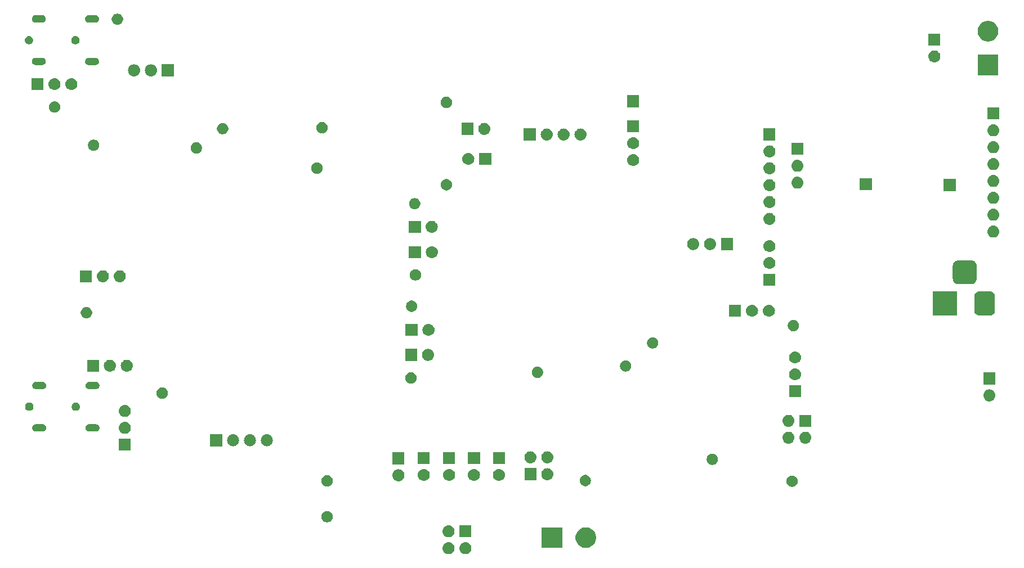
<source format=gbr>
G04 #@! TF.GenerationSoftware,KiCad,Pcbnew,(5.1.4)-1*
G04 #@! TF.CreationDate,2019-11-06T21:27:35+01:00*
G04 #@! TF.ProjectId,HDSEMG,48445345-4d47-42e6-9b69-6361645f7063,rev?*
G04 #@! TF.SameCoordinates,Original*
G04 #@! TF.FileFunction,Soldermask,Bot*
G04 #@! TF.FilePolarity,Negative*
%FSLAX46Y46*%
G04 Gerber Fmt 4.6, Leading zero omitted, Abs format (unit mm)*
G04 Created by KiCad (PCBNEW (5.1.4)-1) date 2019-11-06 21:27:35*
%MOMM*%
%LPD*%
G04 APERTURE LIST*
%ADD10C,0.100000*%
G04 APERTURE END LIST*
D10*
G36*
X93810442Y-133445518D02*
G01*
X93876627Y-133452037D01*
X94046466Y-133503557D01*
X94202991Y-133587222D01*
X94238729Y-133616552D01*
X94340186Y-133699814D01*
X94423448Y-133801271D01*
X94452778Y-133837009D01*
X94536443Y-133993534D01*
X94587963Y-134163373D01*
X94605359Y-134340000D01*
X94587963Y-134516627D01*
X94536443Y-134686466D01*
X94452778Y-134842991D01*
X94423448Y-134878729D01*
X94340186Y-134980186D01*
X94238729Y-135063448D01*
X94202991Y-135092778D01*
X94046466Y-135176443D01*
X93876627Y-135227963D01*
X93810442Y-135234482D01*
X93744260Y-135241000D01*
X93655740Y-135241000D01*
X93589558Y-135234482D01*
X93523373Y-135227963D01*
X93353534Y-135176443D01*
X93197009Y-135092778D01*
X93161271Y-135063448D01*
X93059814Y-134980186D01*
X92976552Y-134878729D01*
X92947222Y-134842991D01*
X92863557Y-134686466D01*
X92812037Y-134516627D01*
X92794641Y-134340000D01*
X92812037Y-134163373D01*
X92863557Y-133993534D01*
X92947222Y-133837009D01*
X92976552Y-133801271D01*
X93059814Y-133699814D01*
X93161271Y-133616552D01*
X93197009Y-133587222D01*
X93353534Y-133503557D01*
X93523373Y-133452037D01*
X93589558Y-133445518D01*
X93655740Y-133439000D01*
X93744260Y-133439000D01*
X93810442Y-133445518D01*
X93810442Y-133445518D01*
G37*
G36*
X91270442Y-133445518D02*
G01*
X91336627Y-133452037D01*
X91506466Y-133503557D01*
X91662991Y-133587222D01*
X91698729Y-133616552D01*
X91800186Y-133699814D01*
X91883448Y-133801271D01*
X91912778Y-133837009D01*
X91996443Y-133993534D01*
X92047963Y-134163373D01*
X92065359Y-134340000D01*
X92047963Y-134516627D01*
X91996443Y-134686466D01*
X91912778Y-134842991D01*
X91883448Y-134878729D01*
X91800186Y-134980186D01*
X91698729Y-135063448D01*
X91662991Y-135092778D01*
X91506466Y-135176443D01*
X91336627Y-135227963D01*
X91270442Y-135234482D01*
X91204260Y-135241000D01*
X91115740Y-135241000D01*
X91049558Y-135234482D01*
X90983373Y-135227963D01*
X90813534Y-135176443D01*
X90657009Y-135092778D01*
X90621271Y-135063448D01*
X90519814Y-134980186D01*
X90436552Y-134878729D01*
X90407222Y-134842991D01*
X90323557Y-134686466D01*
X90272037Y-134516627D01*
X90254641Y-134340000D01*
X90272037Y-134163373D01*
X90323557Y-133993534D01*
X90407222Y-133837009D01*
X90436552Y-133801271D01*
X90519814Y-133699814D01*
X90621271Y-133616552D01*
X90657009Y-133587222D01*
X90813534Y-133503557D01*
X90983373Y-133452037D01*
X91049558Y-133445518D01*
X91115740Y-133439000D01*
X91204260Y-133439000D01*
X91270442Y-133445518D01*
X91270442Y-133445518D01*
G37*
G36*
X108301000Y-134311000D02*
G01*
X105199000Y-134311000D01*
X105199000Y-131209000D01*
X108301000Y-131209000D01*
X108301000Y-134311000D01*
X108301000Y-134311000D01*
G37*
G36*
X112132585Y-131238802D02*
G01*
X112282410Y-131268604D01*
X112564674Y-131385521D01*
X112818705Y-131555259D01*
X113034741Y-131771295D01*
X113204479Y-132025326D01*
X113321396Y-132307590D01*
X113381000Y-132607240D01*
X113381000Y-132912760D01*
X113321396Y-133212410D01*
X113204479Y-133494674D01*
X113034741Y-133748705D01*
X112818705Y-133964741D01*
X112564674Y-134134479D01*
X112282410Y-134251396D01*
X112132585Y-134281198D01*
X111982761Y-134311000D01*
X111677239Y-134311000D01*
X111527415Y-134281198D01*
X111377590Y-134251396D01*
X111095326Y-134134479D01*
X110841295Y-133964741D01*
X110625259Y-133748705D01*
X110455521Y-133494674D01*
X110338604Y-133212410D01*
X110279000Y-132912760D01*
X110279000Y-132607240D01*
X110338604Y-132307590D01*
X110455521Y-132025326D01*
X110625259Y-131771295D01*
X110841295Y-131555259D01*
X111095326Y-131385521D01*
X111377590Y-131268604D01*
X111527415Y-131238802D01*
X111677239Y-131209000D01*
X111982761Y-131209000D01*
X112132585Y-131238802D01*
X112132585Y-131238802D01*
G37*
G36*
X91270443Y-130905519D02*
G01*
X91336627Y-130912037D01*
X91506466Y-130963557D01*
X91662991Y-131047222D01*
X91698729Y-131076552D01*
X91800186Y-131159814D01*
X91883448Y-131261271D01*
X91912778Y-131297009D01*
X91996443Y-131453534D01*
X92047963Y-131623373D01*
X92065359Y-131800000D01*
X92047963Y-131976627D01*
X91996443Y-132146466D01*
X91912778Y-132302991D01*
X91883448Y-132338729D01*
X91800186Y-132440186D01*
X91698729Y-132523448D01*
X91662991Y-132552778D01*
X91506466Y-132636443D01*
X91336627Y-132687963D01*
X91270442Y-132694482D01*
X91204260Y-132701000D01*
X91115740Y-132701000D01*
X91049558Y-132694482D01*
X90983373Y-132687963D01*
X90813534Y-132636443D01*
X90657009Y-132552778D01*
X90621271Y-132523448D01*
X90519814Y-132440186D01*
X90436552Y-132338729D01*
X90407222Y-132302991D01*
X90323557Y-132146466D01*
X90272037Y-131976627D01*
X90254641Y-131800000D01*
X90272037Y-131623373D01*
X90323557Y-131453534D01*
X90407222Y-131297009D01*
X90436552Y-131261271D01*
X90519814Y-131159814D01*
X90621271Y-131076552D01*
X90657009Y-131047222D01*
X90813534Y-130963557D01*
X90983373Y-130912037D01*
X91049557Y-130905519D01*
X91115740Y-130899000D01*
X91204260Y-130899000D01*
X91270443Y-130905519D01*
X91270443Y-130905519D01*
G37*
G36*
X94601000Y-132701000D02*
G01*
X92799000Y-132701000D01*
X92799000Y-130899000D01*
X94601000Y-130899000D01*
X94601000Y-132701000D01*
X94601000Y-132701000D01*
G37*
G36*
X73148228Y-128781703D02*
G01*
X73303100Y-128845853D01*
X73442481Y-128938985D01*
X73561015Y-129057519D01*
X73654147Y-129196900D01*
X73718297Y-129351772D01*
X73751000Y-129516184D01*
X73751000Y-129683816D01*
X73718297Y-129848228D01*
X73654147Y-130003100D01*
X73561015Y-130142481D01*
X73442481Y-130261015D01*
X73303100Y-130354147D01*
X73148228Y-130418297D01*
X72983816Y-130451000D01*
X72816184Y-130451000D01*
X72651772Y-130418297D01*
X72496900Y-130354147D01*
X72357519Y-130261015D01*
X72238985Y-130142481D01*
X72145853Y-130003100D01*
X72081703Y-129848228D01*
X72049000Y-129683816D01*
X72049000Y-129516184D01*
X72081703Y-129351772D01*
X72145853Y-129196900D01*
X72238985Y-129057519D01*
X72357519Y-128938985D01*
X72496900Y-128845853D01*
X72651772Y-128781703D01*
X72816184Y-128749000D01*
X72983816Y-128749000D01*
X73148228Y-128781703D01*
X73148228Y-128781703D01*
G37*
G36*
X143078228Y-123441703D02*
G01*
X143233100Y-123505853D01*
X143372481Y-123598985D01*
X143491015Y-123717519D01*
X143584147Y-123856900D01*
X143648297Y-124011772D01*
X143681000Y-124176184D01*
X143681000Y-124343816D01*
X143648297Y-124508228D01*
X143584147Y-124663100D01*
X143491015Y-124802481D01*
X143372481Y-124921015D01*
X143233100Y-125014147D01*
X143078228Y-125078297D01*
X142913816Y-125111000D01*
X142746184Y-125111000D01*
X142581772Y-125078297D01*
X142426900Y-125014147D01*
X142287519Y-124921015D01*
X142168985Y-124802481D01*
X142075853Y-124663100D01*
X142011703Y-124508228D01*
X141979000Y-124343816D01*
X141979000Y-124176184D01*
X142011703Y-124011772D01*
X142075853Y-123856900D01*
X142168985Y-123717519D01*
X142287519Y-123598985D01*
X142426900Y-123505853D01*
X142581772Y-123441703D01*
X142746184Y-123409000D01*
X142913816Y-123409000D01*
X143078228Y-123441703D01*
X143078228Y-123441703D01*
G37*
G36*
X73148228Y-123381703D02*
G01*
X73303100Y-123445853D01*
X73442481Y-123538985D01*
X73561015Y-123657519D01*
X73654147Y-123796900D01*
X73718297Y-123951772D01*
X73751000Y-124116184D01*
X73751000Y-124283816D01*
X73718297Y-124448228D01*
X73654147Y-124603100D01*
X73561015Y-124742481D01*
X73442481Y-124861015D01*
X73303100Y-124954147D01*
X73148228Y-125018297D01*
X72983816Y-125051000D01*
X72816184Y-125051000D01*
X72651772Y-125018297D01*
X72496900Y-124954147D01*
X72357519Y-124861015D01*
X72238985Y-124742481D01*
X72145853Y-124603100D01*
X72081703Y-124448228D01*
X72049000Y-124283816D01*
X72049000Y-124116184D01*
X72081703Y-123951772D01*
X72145853Y-123796900D01*
X72238985Y-123657519D01*
X72357519Y-123538985D01*
X72496900Y-123445853D01*
X72651772Y-123381703D01*
X72816184Y-123349000D01*
X72983816Y-123349000D01*
X73148228Y-123381703D01*
X73148228Y-123381703D01*
G37*
G36*
X111978228Y-123341703D02*
G01*
X112133100Y-123405853D01*
X112272481Y-123498985D01*
X112391015Y-123617519D01*
X112484147Y-123756900D01*
X112548297Y-123911772D01*
X112581000Y-124076184D01*
X112581000Y-124243816D01*
X112548297Y-124408228D01*
X112484147Y-124563100D01*
X112391015Y-124702481D01*
X112272481Y-124821015D01*
X112133100Y-124914147D01*
X111978228Y-124978297D01*
X111813816Y-125011000D01*
X111646184Y-125011000D01*
X111481772Y-124978297D01*
X111326900Y-124914147D01*
X111187519Y-124821015D01*
X111068985Y-124702481D01*
X110975853Y-124563100D01*
X110911703Y-124408228D01*
X110879000Y-124243816D01*
X110879000Y-124076184D01*
X110911703Y-123911772D01*
X110975853Y-123756900D01*
X111068985Y-123617519D01*
X111187519Y-123498985D01*
X111326900Y-123405853D01*
X111481772Y-123341703D01*
X111646184Y-123309000D01*
X111813816Y-123309000D01*
X111978228Y-123341703D01*
X111978228Y-123341703D01*
G37*
G36*
X83740443Y-122465519D02*
G01*
X83806627Y-122472037D01*
X83976466Y-122523557D01*
X84132991Y-122607222D01*
X84168729Y-122636552D01*
X84270186Y-122719814D01*
X84353448Y-122821271D01*
X84382778Y-122857009D01*
X84466443Y-123013534D01*
X84517963Y-123183373D01*
X84535359Y-123360000D01*
X84517963Y-123536627D01*
X84467497Y-123702991D01*
X84466442Y-123706468D01*
X84439485Y-123756900D01*
X84382778Y-123862991D01*
X84353448Y-123898729D01*
X84270186Y-124000186D01*
X84168729Y-124083448D01*
X84132991Y-124112778D01*
X83976466Y-124196443D01*
X83806627Y-124247963D01*
X83740442Y-124254482D01*
X83674260Y-124261000D01*
X83585740Y-124261000D01*
X83519558Y-124254482D01*
X83453373Y-124247963D01*
X83283534Y-124196443D01*
X83127009Y-124112778D01*
X83091271Y-124083448D01*
X82989814Y-124000186D01*
X82906552Y-123898729D01*
X82877222Y-123862991D01*
X82820515Y-123756900D01*
X82793558Y-123706468D01*
X82792503Y-123702991D01*
X82742037Y-123536627D01*
X82724641Y-123360000D01*
X82742037Y-123183373D01*
X82793557Y-123013534D01*
X82877222Y-122857009D01*
X82906552Y-122821271D01*
X82989814Y-122719814D01*
X83091271Y-122636552D01*
X83127009Y-122607222D01*
X83283534Y-122523557D01*
X83453373Y-122472037D01*
X83519557Y-122465519D01*
X83585740Y-122459000D01*
X83674260Y-122459000D01*
X83740443Y-122465519D01*
X83740443Y-122465519D01*
G37*
G36*
X87550442Y-122415518D02*
G01*
X87616627Y-122422037D01*
X87786466Y-122473557D01*
X87942991Y-122557222D01*
X87978729Y-122586552D01*
X88080186Y-122669814D01*
X88163448Y-122771271D01*
X88192778Y-122807009D01*
X88276443Y-122963534D01*
X88327963Y-123133373D01*
X88345359Y-123310000D01*
X88327963Y-123486627D01*
X88276443Y-123656466D01*
X88192778Y-123812991D01*
X88170460Y-123840185D01*
X88080186Y-123950186D01*
X88005143Y-124011771D01*
X87942991Y-124062778D01*
X87786466Y-124146443D01*
X87616627Y-124197963D01*
X87550442Y-124204482D01*
X87484260Y-124211000D01*
X87395740Y-124211000D01*
X87329558Y-124204482D01*
X87263373Y-124197963D01*
X87093534Y-124146443D01*
X86937009Y-124062778D01*
X86874857Y-124011771D01*
X86799814Y-123950186D01*
X86709540Y-123840185D01*
X86687222Y-123812991D01*
X86603557Y-123656466D01*
X86552037Y-123486627D01*
X86534641Y-123310000D01*
X86552037Y-123133373D01*
X86603557Y-122963534D01*
X86687222Y-122807009D01*
X86716552Y-122771271D01*
X86799814Y-122669814D01*
X86901271Y-122586552D01*
X86937009Y-122557222D01*
X87093534Y-122473557D01*
X87263373Y-122422037D01*
X87329558Y-122415518D01*
X87395740Y-122409000D01*
X87484260Y-122409000D01*
X87550442Y-122415518D01*
X87550442Y-122415518D01*
G37*
G36*
X91350442Y-122415518D02*
G01*
X91416627Y-122422037D01*
X91586466Y-122473557D01*
X91742991Y-122557222D01*
X91778729Y-122586552D01*
X91880186Y-122669814D01*
X91963448Y-122771271D01*
X91992778Y-122807009D01*
X92076443Y-122963534D01*
X92127963Y-123133373D01*
X92145359Y-123310000D01*
X92127963Y-123486627D01*
X92076443Y-123656466D01*
X91992778Y-123812991D01*
X91970460Y-123840185D01*
X91880186Y-123950186D01*
X91805143Y-124011771D01*
X91742991Y-124062778D01*
X91586466Y-124146443D01*
X91416627Y-124197963D01*
X91350442Y-124204482D01*
X91284260Y-124211000D01*
X91195740Y-124211000D01*
X91129558Y-124204482D01*
X91063373Y-124197963D01*
X90893534Y-124146443D01*
X90737009Y-124062778D01*
X90674857Y-124011771D01*
X90599814Y-123950186D01*
X90509540Y-123840185D01*
X90487222Y-123812991D01*
X90403557Y-123656466D01*
X90352037Y-123486627D01*
X90334641Y-123310000D01*
X90352037Y-123133373D01*
X90403557Y-122963534D01*
X90487222Y-122807009D01*
X90516552Y-122771271D01*
X90599814Y-122669814D01*
X90701271Y-122586552D01*
X90737009Y-122557222D01*
X90893534Y-122473557D01*
X91063373Y-122422037D01*
X91129558Y-122415518D01*
X91195740Y-122409000D01*
X91284260Y-122409000D01*
X91350442Y-122415518D01*
X91350442Y-122415518D01*
G37*
G36*
X95100442Y-122415518D02*
G01*
X95166627Y-122422037D01*
X95336466Y-122473557D01*
X95492991Y-122557222D01*
X95528729Y-122586552D01*
X95630186Y-122669814D01*
X95713448Y-122771271D01*
X95742778Y-122807009D01*
X95826443Y-122963534D01*
X95877963Y-123133373D01*
X95895359Y-123310000D01*
X95877963Y-123486627D01*
X95826443Y-123656466D01*
X95742778Y-123812991D01*
X95720460Y-123840185D01*
X95630186Y-123950186D01*
X95555143Y-124011771D01*
X95492991Y-124062778D01*
X95336466Y-124146443D01*
X95166627Y-124197963D01*
X95100442Y-124204482D01*
X95034260Y-124211000D01*
X94945740Y-124211000D01*
X94879558Y-124204482D01*
X94813373Y-124197963D01*
X94643534Y-124146443D01*
X94487009Y-124062778D01*
X94424857Y-124011771D01*
X94349814Y-123950186D01*
X94259540Y-123840185D01*
X94237222Y-123812991D01*
X94153557Y-123656466D01*
X94102037Y-123486627D01*
X94084641Y-123310000D01*
X94102037Y-123133373D01*
X94153557Y-122963534D01*
X94237222Y-122807009D01*
X94266552Y-122771271D01*
X94349814Y-122669814D01*
X94451271Y-122586552D01*
X94487009Y-122557222D01*
X94643534Y-122473557D01*
X94813373Y-122422037D01*
X94879558Y-122415518D01*
X94945740Y-122409000D01*
X95034260Y-122409000D01*
X95100442Y-122415518D01*
X95100442Y-122415518D01*
G37*
G36*
X98850442Y-122415518D02*
G01*
X98916627Y-122422037D01*
X99086466Y-122473557D01*
X99242991Y-122557222D01*
X99278729Y-122586552D01*
X99380186Y-122669814D01*
X99463448Y-122771271D01*
X99492778Y-122807009D01*
X99576443Y-122963534D01*
X99627963Y-123133373D01*
X99645359Y-123310000D01*
X99627963Y-123486627D01*
X99576443Y-123656466D01*
X99492778Y-123812991D01*
X99470460Y-123840185D01*
X99380186Y-123950186D01*
X99305143Y-124011771D01*
X99242991Y-124062778D01*
X99086466Y-124146443D01*
X98916627Y-124197963D01*
X98850442Y-124204482D01*
X98784260Y-124211000D01*
X98695740Y-124211000D01*
X98629558Y-124204482D01*
X98563373Y-124197963D01*
X98393534Y-124146443D01*
X98237009Y-124062778D01*
X98174857Y-124011771D01*
X98099814Y-123950186D01*
X98009540Y-123840185D01*
X97987222Y-123812991D01*
X97903557Y-123656466D01*
X97852037Y-123486627D01*
X97834641Y-123310000D01*
X97852037Y-123133373D01*
X97903557Y-122963534D01*
X97987222Y-122807009D01*
X98016552Y-122771271D01*
X98099814Y-122669814D01*
X98201271Y-122586552D01*
X98237009Y-122557222D01*
X98393534Y-122473557D01*
X98563373Y-122422037D01*
X98629558Y-122415518D01*
X98695740Y-122409000D01*
X98784260Y-122409000D01*
X98850442Y-122415518D01*
X98850442Y-122415518D01*
G37*
G36*
X106140443Y-122305519D02*
G01*
X106206627Y-122312037D01*
X106376466Y-122363557D01*
X106532991Y-122447222D01*
X106547342Y-122459000D01*
X106670186Y-122559814D01*
X106753448Y-122661271D01*
X106782778Y-122697009D01*
X106866443Y-122853534D01*
X106917963Y-123023373D01*
X106935359Y-123200000D01*
X106917963Y-123376627D01*
X106866443Y-123546466D01*
X106782778Y-123702991D01*
X106779926Y-123706466D01*
X106670186Y-123840186D01*
X106582958Y-123911771D01*
X106532991Y-123952778D01*
X106376466Y-124036443D01*
X106206627Y-124087963D01*
X106140442Y-124094482D01*
X106074260Y-124101000D01*
X105985740Y-124101000D01*
X105919558Y-124094482D01*
X105853373Y-124087963D01*
X105683534Y-124036443D01*
X105527009Y-123952778D01*
X105477042Y-123911771D01*
X105389814Y-123840186D01*
X105280074Y-123706466D01*
X105277222Y-123702991D01*
X105193557Y-123546466D01*
X105142037Y-123376627D01*
X105124641Y-123200000D01*
X105142037Y-123023373D01*
X105193557Y-122853534D01*
X105277222Y-122697009D01*
X105306552Y-122661271D01*
X105389814Y-122559814D01*
X105512658Y-122459000D01*
X105527009Y-122447222D01*
X105683534Y-122363557D01*
X105853373Y-122312037D01*
X105919557Y-122305519D01*
X105985740Y-122299000D01*
X106074260Y-122299000D01*
X106140443Y-122305519D01*
X106140443Y-122305519D01*
G37*
G36*
X104391000Y-124101000D02*
G01*
X102589000Y-124101000D01*
X102589000Y-122299000D01*
X104391000Y-122299000D01*
X104391000Y-124101000D01*
X104391000Y-124101000D01*
G37*
G36*
X131078228Y-120141703D02*
G01*
X131233100Y-120205853D01*
X131372481Y-120298985D01*
X131491015Y-120417519D01*
X131584147Y-120556900D01*
X131648297Y-120711772D01*
X131681000Y-120876184D01*
X131681000Y-121043816D01*
X131648297Y-121208228D01*
X131584147Y-121363100D01*
X131491015Y-121502481D01*
X131372481Y-121621015D01*
X131233100Y-121714147D01*
X131078228Y-121778297D01*
X130913816Y-121811000D01*
X130746184Y-121811000D01*
X130581772Y-121778297D01*
X130426900Y-121714147D01*
X130287519Y-121621015D01*
X130168985Y-121502481D01*
X130075853Y-121363100D01*
X130011703Y-121208228D01*
X129979000Y-121043816D01*
X129979000Y-120876184D01*
X130011703Y-120711772D01*
X130075853Y-120556900D01*
X130168985Y-120417519D01*
X130287519Y-120298985D01*
X130426900Y-120205853D01*
X130581772Y-120141703D01*
X130746184Y-120109000D01*
X130913816Y-120109000D01*
X131078228Y-120141703D01*
X131078228Y-120141703D01*
G37*
G36*
X84531000Y-121721000D02*
G01*
X82729000Y-121721000D01*
X82729000Y-119919000D01*
X84531000Y-119919000D01*
X84531000Y-121721000D01*
X84531000Y-121721000D01*
G37*
G36*
X88341000Y-121671000D02*
G01*
X86539000Y-121671000D01*
X86539000Y-119869000D01*
X88341000Y-119869000D01*
X88341000Y-121671000D01*
X88341000Y-121671000D01*
G37*
G36*
X99641000Y-121671000D02*
G01*
X97839000Y-121671000D01*
X97839000Y-119869000D01*
X99641000Y-119869000D01*
X99641000Y-121671000D01*
X99641000Y-121671000D01*
G37*
G36*
X92141000Y-121671000D02*
G01*
X90339000Y-121671000D01*
X90339000Y-119869000D01*
X92141000Y-119869000D01*
X92141000Y-121671000D01*
X92141000Y-121671000D01*
G37*
G36*
X95891000Y-121671000D02*
G01*
X94089000Y-121671000D01*
X94089000Y-119869000D01*
X95891000Y-119869000D01*
X95891000Y-121671000D01*
X95891000Y-121671000D01*
G37*
G36*
X103600442Y-119765518D02*
G01*
X103666627Y-119772037D01*
X103836466Y-119823557D01*
X103992991Y-119907222D01*
X104007342Y-119919000D01*
X104130186Y-120019814D01*
X104203378Y-120109000D01*
X104242778Y-120157009D01*
X104326443Y-120313534D01*
X104377963Y-120483373D01*
X104395359Y-120660000D01*
X104377963Y-120836627D01*
X104326443Y-121006466D01*
X104242778Y-121162991D01*
X104213448Y-121198729D01*
X104130186Y-121300186D01*
X104028729Y-121383448D01*
X103992991Y-121412778D01*
X103836466Y-121496443D01*
X103666627Y-121547963D01*
X103600443Y-121554481D01*
X103534260Y-121561000D01*
X103445740Y-121561000D01*
X103379557Y-121554481D01*
X103313373Y-121547963D01*
X103143534Y-121496443D01*
X102987009Y-121412778D01*
X102951271Y-121383448D01*
X102849814Y-121300186D01*
X102766552Y-121198729D01*
X102737222Y-121162991D01*
X102653557Y-121006466D01*
X102602037Y-120836627D01*
X102584641Y-120660000D01*
X102602037Y-120483373D01*
X102653557Y-120313534D01*
X102737222Y-120157009D01*
X102776622Y-120109000D01*
X102849814Y-120019814D01*
X102972658Y-119919000D01*
X102987009Y-119907222D01*
X103143534Y-119823557D01*
X103313373Y-119772037D01*
X103379558Y-119765518D01*
X103445740Y-119759000D01*
X103534260Y-119759000D01*
X103600442Y-119765518D01*
X103600442Y-119765518D01*
G37*
G36*
X106140442Y-119765518D02*
G01*
X106206627Y-119772037D01*
X106376466Y-119823557D01*
X106532991Y-119907222D01*
X106547342Y-119919000D01*
X106670186Y-120019814D01*
X106743378Y-120109000D01*
X106782778Y-120157009D01*
X106866443Y-120313534D01*
X106917963Y-120483373D01*
X106935359Y-120660000D01*
X106917963Y-120836627D01*
X106866443Y-121006466D01*
X106782778Y-121162991D01*
X106753448Y-121198729D01*
X106670186Y-121300186D01*
X106568729Y-121383448D01*
X106532991Y-121412778D01*
X106376466Y-121496443D01*
X106206627Y-121547963D01*
X106140443Y-121554481D01*
X106074260Y-121561000D01*
X105985740Y-121561000D01*
X105919557Y-121554481D01*
X105853373Y-121547963D01*
X105683534Y-121496443D01*
X105527009Y-121412778D01*
X105491271Y-121383448D01*
X105389814Y-121300186D01*
X105306552Y-121198729D01*
X105277222Y-121162991D01*
X105193557Y-121006466D01*
X105142037Y-120836627D01*
X105124641Y-120660000D01*
X105142037Y-120483373D01*
X105193557Y-120313534D01*
X105277222Y-120157009D01*
X105316622Y-120109000D01*
X105389814Y-120019814D01*
X105512658Y-119919000D01*
X105527009Y-119907222D01*
X105683534Y-119823557D01*
X105853373Y-119772037D01*
X105919558Y-119765518D01*
X105985740Y-119759000D01*
X106074260Y-119759000D01*
X106140442Y-119765518D01*
X106140442Y-119765518D01*
G37*
G36*
X43381000Y-119661000D02*
G01*
X41579000Y-119661000D01*
X41579000Y-117859000D01*
X43381000Y-117859000D01*
X43381000Y-119661000D01*
X43381000Y-119661000D01*
G37*
G36*
X63950443Y-117205519D02*
G01*
X64016627Y-117212037D01*
X64186466Y-117263557D01*
X64342991Y-117347222D01*
X64350682Y-117353534D01*
X64480186Y-117459814D01*
X64532348Y-117523375D01*
X64592778Y-117597009D01*
X64676443Y-117753534D01*
X64727963Y-117923373D01*
X64745359Y-118100000D01*
X64727963Y-118276627D01*
X64676443Y-118446466D01*
X64592778Y-118602991D01*
X64563448Y-118638729D01*
X64480186Y-118740186D01*
X64378729Y-118823448D01*
X64342991Y-118852778D01*
X64186466Y-118936443D01*
X64016627Y-118987963D01*
X63950442Y-118994482D01*
X63884260Y-119001000D01*
X63795740Y-119001000D01*
X63729558Y-118994482D01*
X63663373Y-118987963D01*
X63493534Y-118936443D01*
X63337009Y-118852778D01*
X63301271Y-118823448D01*
X63199814Y-118740186D01*
X63116552Y-118638729D01*
X63087222Y-118602991D01*
X63003557Y-118446466D01*
X62952037Y-118276627D01*
X62934641Y-118100000D01*
X62952037Y-117923373D01*
X63003557Y-117753534D01*
X63087222Y-117597009D01*
X63147652Y-117523375D01*
X63199814Y-117459814D01*
X63329318Y-117353534D01*
X63337009Y-117347222D01*
X63493534Y-117263557D01*
X63663373Y-117212037D01*
X63729557Y-117205519D01*
X63795740Y-117199000D01*
X63884260Y-117199000D01*
X63950443Y-117205519D01*
X63950443Y-117205519D01*
G37*
G36*
X61410443Y-117205519D02*
G01*
X61476627Y-117212037D01*
X61646466Y-117263557D01*
X61802991Y-117347222D01*
X61810682Y-117353534D01*
X61940186Y-117459814D01*
X61992348Y-117523375D01*
X62052778Y-117597009D01*
X62136443Y-117753534D01*
X62187963Y-117923373D01*
X62205359Y-118100000D01*
X62187963Y-118276627D01*
X62136443Y-118446466D01*
X62052778Y-118602991D01*
X62023448Y-118638729D01*
X61940186Y-118740186D01*
X61838729Y-118823448D01*
X61802991Y-118852778D01*
X61646466Y-118936443D01*
X61476627Y-118987963D01*
X61410442Y-118994482D01*
X61344260Y-119001000D01*
X61255740Y-119001000D01*
X61189558Y-118994482D01*
X61123373Y-118987963D01*
X60953534Y-118936443D01*
X60797009Y-118852778D01*
X60761271Y-118823448D01*
X60659814Y-118740186D01*
X60576552Y-118638729D01*
X60547222Y-118602991D01*
X60463557Y-118446466D01*
X60412037Y-118276627D01*
X60394641Y-118100000D01*
X60412037Y-117923373D01*
X60463557Y-117753534D01*
X60547222Y-117597009D01*
X60607652Y-117523375D01*
X60659814Y-117459814D01*
X60789318Y-117353534D01*
X60797009Y-117347222D01*
X60953534Y-117263557D01*
X61123373Y-117212037D01*
X61189557Y-117205519D01*
X61255740Y-117199000D01*
X61344260Y-117199000D01*
X61410443Y-117205519D01*
X61410443Y-117205519D01*
G37*
G36*
X58870443Y-117205519D02*
G01*
X58936627Y-117212037D01*
X59106466Y-117263557D01*
X59262991Y-117347222D01*
X59270682Y-117353534D01*
X59400186Y-117459814D01*
X59452348Y-117523375D01*
X59512778Y-117597009D01*
X59596443Y-117753534D01*
X59647963Y-117923373D01*
X59665359Y-118100000D01*
X59647963Y-118276627D01*
X59596443Y-118446466D01*
X59512778Y-118602991D01*
X59483448Y-118638729D01*
X59400186Y-118740186D01*
X59298729Y-118823448D01*
X59262991Y-118852778D01*
X59106466Y-118936443D01*
X58936627Y-118987963D01*
X58870442Y-118994482D01*
X58804260Y-119001000D01*
X58715740Y-119001000D01*
X58649558Y-118994482D01*
X58583373Y-118987963D01*
X58413534Y-118936443D01*
X58257009Y-118852778D01*
X58221271Y-118823448D01*
X58119814Y-118740186D01*
X58036552Y-118638729D01*
X58007222Y-118602991D01*
X57923557Y-118446466D01*
X57872037Y-118276627D01*
X57854641Y-118100000D01*
X57872037Y-117923373D01*
X57923557Y-117753534D01*
X58007222Y-117597009D01*
X58067652Y-117523375D01*
X58119814Y-117459814D01*
X58249318Y-117353534D01*
X58257009Y-117347222D01*
X58413534Y-117263557D01*
X58583373Y-117212037D01*
X58649557Y-117205519D01*
X58715740Y-117199000D01*
X58804260Y-117199000D01*
X58870443Y-117205519D01*
X58870443Y-117205519D01*
G37*
G36*
X57121000Y-119001000D02*
G01*
X55319000Y-119001000D01*
X55319000Y-117199000D01*
X57121000Y-117199000D01*
X57121000Y-119001000D01*
X57121000Y-119001000D01*
G37*
G36*
X142400443Y-116805519D02*
G01*
X142466627Y-116812037D01*
X142636466Y-116863557D01*
X142792991Y-116947222D01*
X142824131Y-116972778D01*
X142930186Y-117059814D01*
X142980399Y-117121000D01*
X143042778Y-117197009D01*
X143126443Y-117353534D01*
X143177963Y-117523373D01*
X143195359Y-117700000D01*
X143177963Y-117876627D01*
X143126443Y-118046466D01*
X143042778Y-118202991D01*
X143013448Y-118238729D01*
X142930186Y-118340186D01*
X142828729Y-118423448D01*
X142792991Y-118452778D01*
X142636466Y-118536443D01*
X142466627Y-118587963D01*
X142400443Y-118594481D01*
X142334260Y-118601000D01*
X142245740Y-118601000D01*
X142179557Y-118594481D01*
X142113373Y-118587963D01*
X141943534Y-118536443D01*
X141787009Y-118452778D01*
X141751271Y-118423448D01*
X141649814Y-118340186D01*
X141566552Y-118238729D01*
X141537222Y-118202991D01*
X141453557Y-118046466D01*
X141402037Y-117876627D01*
X141384641Y-117700000D01*
X141402037Y-117523373D01*
X141453557Y-117353534D01*
X141537222Y-117197009D01*
X141599601Y-117121000D01*
X141649814Y-117059814D01*
X141755869Y-116972778D01*
X141787009Y-116947222D01*
X141943534Y-116863557D01*
X142113373Y-116812037D01*
X142179557Y-116805519D01*
X142245740Y-116799000D01*
X142334260Y-116799000D01*
X142400443Y-116805519D01*
X142400443Y-116805519D01*
G37*
G36*
X144940443Y-116805519D02*
G01*
X145006627Y-116812037D01*
X145176466Y-116863557D01*
X145332991Y-116947222D01*
X145364131Y-116972778D01*
X145470186Y-117059814D01*
X145520399Y-117121000D01*
X145582778Y-117197009D01*
X145666443Y-117353534D01*
X145717963Y-117523373D01*
X145735359Y-117700000D01*
X145717963Y-117876627D01*
X145666443Y-118046466D01*
X145582778Y-118202991D01*
X145553448Y-118238729D01*
X145470186Y-118340186D01*
X145368729Y-118423448D01*
X145332991Y-118452778D01*
X145176466Y-118536443D01*
X145006627Y-118587963D01*
X144940443Y-118594481D01*
X144874260Y-118601000D01*
X144785740Y-118601000D01*
X144719557Y-118594481D01*
X144653373Y-118587963D01*
X144483534Y-118536443D01*
X144327009Y-118452778D01*
X144291271Y-118423448D01*
X144189814Y-118340186D01*
X144106552Y-118238729D01*
X144077222Y-118202991D01*
X143993557Y-118046466D01*
X143942037Y-117876627D01*
X143924641Y-117700000D01*
X143942037Y-117523373D01*
X143993557Y-117353534D01*
X144077222Y-117197009D01*
X144139601Y-117121000D01*
X144189814Y-117059814D01*
X144295869Y-116972778D01*
X144327009Y-116947222D01*
X144483534Y-116863557D01*
X144653373Y-116812037D01*
X144719557Y-116805519D01*
X144785740Y-116799000D01*
X144874260Y-116799000D01*
X144940443Y-116805519D01*
X144940443Y-116805519D01*
G37*
G36*
X42590442Y-115325518D02*
G01*
X42656627Y-115332037D01*
X42826466Y-115383557D01*
X42982991Y-115467222D01*
X43018729Y-115496552D01*
X43120186Y-115579814D01*
X43202405Y-115680000D01*
X43232778Y-115717009D01*
X43316443Y-115873534D01*
X43367963Y-116043373D01*
X43385359Y-116220000D01*
X43367963Y-116396627D01*
X43316443Y-116566466D01*
X43232778Y-116722991D01*
X43218334Y-116740591D01*
X43120186Y-116860186D01*
X43018729Y-116943448D01*
X42982991Y-116972778D01*
X42826466Y-117056443D01*
X42656627Y-117107963D01*
X42590442Y-117114482D01*
X42524260Y-117121000D01*
X42435740Y-117121000D01*
X42369558Y-117114482D01*
X42303373Y-117107963D01*
X42133534Y-117056443D01*
X41977009Y-116972778D01*
X41941271Y-116943448D01*
X41839814Y-116860186D01*
X41741666Y-116740591D01*
X41727222Y-116722991D01*
X41643557Y-116566466D01*
X41592037Y-116396627D01*
X41574641Y-116220000D01*
X41592037Y-116043373D01*
X41643557Y-115873534D01*
X41727222Y-115717009D01*
X41757595Y-115680000D01*
X41839814Y-115579814D01*
X41941271Y-115496552D01*
X41977009Y-115467222D01*
X42133534Y-115383557D01*
X42303373Y-115332037D01*
X42369558Y-115325518D01*
X42435740Y-115319000D01*
X42524260Y-115319000D01*
X42590442Y-115325518D01*
X42590442Y-115325518D01*
G37*
G36*
X38163952Y-115682653D02*
G01*
X38217819Y-115687958D01*
X38294518Y-115711225D01*
X38321498Y-115719409D01*
X38417038Y-115770476D01*
X38417041Y-115770478D01*
X38417042Y-115770479D01*
X38500790Y-115839210D01*
X38569524Y-115922962D01*
X38620591Y-116018502D01*
X38620592Y-116018506D01*
X38652042Y-116122181D01*
X38662661Y-116230000D01*
X38652042Y-116337819D01*
X38634203Y-116396625D01*
X38620591Y-116441498D01*
X38569524Y-116537038D01*
X38500790Y-116620790D01*
X38417038Y-116689524D01*
X38321498Y-116740591D01*
X38294518Y-116748775D01*
X38217819Y-116772042D01*
X38163952Y-116777347D01*
X38137019Y-116780000D01*
X37082981Y-116780000D01*
X37056048Y-116777347D01*
X37002181Y-116772042D01*
X36925482Y-116748775D01*
X36898502Y-116740591D01*
X36802962Y-116689524D01*
X36719210Y-116620790D01*
X36650476Y-116537038D01*
X36599409Y-116441498D01*
X36585797Y-116396625D01*
X36567958Y-116337819D01*
X36557339Y-116230000D01*
X36567958Y-116122181D01*
X36599408Y-116018506D01*
X36599409Y-116018502D01*
X36650476Y-115922962D01*
X36719210Y-115839210D01*
X36802958Y-115770479D01*
X36802959Y-115770478D01*
X36802962Y-115770476D01*
X36898502Y-115719409D01*
X36925482Y-115711225D01*
X37002181Y-115687958D01*
X37056048Y-115682653D01*
X37082981Y-115680000D01*
X38137019Y-115680000D01*
X38163952Y-115682653D01*
X38163952Y-115682653D01*
G37*
G36*
X30163952Y-115682653D02*
G01*
X30217819Y-115687958D01*
X30294518Y-115711225D01*
X30321498Y-115719409D01*
X30417038Y-115770476D01*
X30417041Y-115770478D01*
X30417042Y-115770479D01*
X30500790Y-115839210D01*
X30569524Y-115922962D01*
X30620591Y-116018502D01*
X30620592Y-116018506D01*
X30652042Y-116122181D01*
X30662661Y-116230000D01*
X30652042Y-116337819D01*
X30634203Y-116396625D01*
X30620591Y-116441498D01*
X30569524Y-116537038D01*
X30500790Y-116620790D01*
X30417038Y-116689524D01*
X30321498Y-116740591D01*
X30294518Y-116748775D01*
X30217819Y-116772042D01*
X30163952Y-116777347D01*
X30137019Y-116780000D01*
X29082981Y-116780000D01*
X29056048Y-116777347D01*
X29002181Y-116772042D01*
X28925482Y-116748775D01*
X28898502Y-116740591D01*
X28802962Y-116689524D01*
X28719210Y-116620790D01*
X28650476Y-116537038D01*
X28599409Y-116441498D01*
X28585797Y-116396625D01*
X28567958Y-116337819D01*
X28557339Y-116230000D01*
X28567958Y-116122181D01*
X28599408Y-116018506D01*
X28599409Y-116018502D01*
X28650476Y-115922962D01*
X28719210Y-115839210D01*
X28802958Y-115770479D01*
X28802959Y-115770478D01*
X28802962Y-115770476D01*
X28898502Y-115719409D01*
X28925482Y-115711225D01*
X29002181Y-115687958D01*
X29056048Y-115682653D01*
X29082981Y-115680000D01*
X30137019Y-115680000D01*
X30163952Y-115682653D01*
X30163952Y-115682653D01*
G37*
G36*
X145731000Y-116061000D02*
G01*
X143929000Y-116061000D01*
X143929000Y-114259000D01*
X145731000Y-114259000D01*
X145731000Y-116061000D01*
X145731000Y-116061000D01*
G37*
G36*
X142400443Y-114265519D02*
G01*
X142466627Y-114272037D01*
X142636466Y-114323557D01*
X142792991Y-114407222D01*
X142824131Y-114432778D01*
X142930186Y-114519814D01*
X142980399Y-114581000D01*
X143042778Y-114657009D01*
X143126443Y-114813534D01*
X143177963Y-114983373D01*
X143195359Y-115160000D01*
X143177963Y-115336627D01*
X143126443Y-115506466D01*
X143042778Y-115662991D01*
X143028819Y-115680000D01*
X142930186Y-115800186D01*
X142840812Y-115873532D01*
X142792991Y-115912778D01*
X142636466Y-115996443D01*
X142466627Y-116047963D01*
X142400443Y-116054481D01*
X142334260Y-116061000D01*
X142245740Y-116061000D01*
X142179557Y-116054481D01*
X142113373Y-116047963D01*
X141943534Y-115996443D01*
X141787009Y-115912778D01*
X141739188Y-115873532D01*
X141649814Y-115800186D01*
X141551181Y-115680000D01*
X141537222Y-115662991D01*
X141453557Y-115506466D01*
X141402037Y-115336627D01*
X141384641Y-115160000D01*
X141402037Y-114983373D01*
X141453557Y-114813534D01*
X141537222Y-114657009D01*
X141599601Y-114581000D01*
X141649814Y-114519814D01*
X141755869Y-114432778D01*
X141787009Y-114407222D01*
X141943534Y-114323557D01*
X142113373Y-114272037D01*
X142179557Y-114265519D01*
X142245740Y-114259000D01*
X142334260Y-114259000D01*
X142400443Y-114265519D01*
X142400443Y-114265519D01*
G37*
G36*
X42590442Y-112785518D02*
G01*
X42656627Y-112792037D01*
X42826466Y-112843557D01*
X42982991Y-112927222D01*
X43018729Y-112956552D01*
X43120186Y-113039814D01*
X43203448Y-113141271D01*
X43232778Y-113177009D01*
X43316443Y-113333534D01*
X43367963Y-113503373D01*
X43385359Y-113680000D01*
X43367963Y-113856627D01*
X43316443Y-114026466D01*
X43232778Y-114182991D01*
X43203448Y-114218729D01*
X43120186Y-114320186D01*
X43018729Y-114403448D01*
X42982991Y-114432778D01*
X42826466Y-114516443D01*
X42656627Y-114567963D01*
X42590442Y-114574482D01*
X42524260Y-114581000D01*
X42435740Y-114581000D01*
X42369558Y-114574482D01*
X42303373Y-114567963D01*
X42133534Y-114516443D01*
X41977009Y-114432778D01*
X41941271Y-114403448D01*
X41839814Y-114320186D01*
X41756552Y-114218729D01*
X41727222Y-114182991D01*
X41643557Y-114026466D01*
X41592037Y-113856627D01*
X41574641Y-113680000D01*
X41592037Y-113503373D01*
X41643557Y-113333534D01*
X41727222Y-113177009D01*
X41756552Y-113141271D01*
X41839814Y-113039814D01*
X41941271Y-112956552D01*
X41977009Y-112927222D01*
X42133534Y-112843557D01*
X42303373Y-112792037D01*
X42369558Y-112785518D01*
X42435740Y-112779000D01*
X42524260Y-112779000D01*
X42590442Y-112785518D01*
X42590442Y-112785518D01*
G37*
G36*
X35292306Y-112429018D02*
G01*
X35406047Y-112476131D01*
X35508413Y-112544530D01*
X35595470Y-112631587D01*
X35663869Y-112733953D01*
X35710982Y-112847694D01*
X35735000Y-112968442D01*
X35735000Y-113091558D01*
X35710982Y-113212306D01*
X35663869Y-113326047D01*
X35595470Y-113428413D01*
X35508413Y-113515470D01*
X35406047Y-113583869D01*
X35292306Y-113630982D01*
X35171558Y-113655000D01*
X35048442Y-113655000D01*
X34927694Y-113630982D01*
X34813953Y-113583869D01*
X34711587Y-113515470D01*
X34624530Y-113428413D01*
X34556131Y-113326047D01*
X34509018Y-113212306D01*
X34485000Y-113091558D01*
X34485000Y-112968442D01*
X34509018Y-112847694D01*
X34556131Y-112733953D01*
X34624530Y-112631587D01*
X34711587Y-112544530D01*
X34813953Y-112476131D01*
X34927694Y-112429018D01*
X35048442Y-112405000D01*
X35171558Y-112405000D01*
X35292306Y-112429018D01*
X35292306Y-112429018D01*
G37*
G36*
X28292306Y-112429018D02*
G01*
X28406047Y-112476131D01*
X28508413Y-112544530D01*
X28595470Y-112631587D01*
X28663869Y-112733953D01*
X28710982Y-112847694D01*
X28735000Y-112968442D01*
X28735000Y-113091558D01*
X28710982Y-113212306D01*
X28663869Y-113326047D01*
X28595470Y-113428413D01*
X28508413Y-113515470D01*
X28406047Y-113583869D01*
X28292306Y-113630982D01*
X28171558Y-113655000D01*
X28048442Y-113655000D01*
X27927694Y-113630982D01*
X27813953Y-113583869D01*
X27711587Y-113515470D01*
X27624530Y-113428413D01*
X27556131Y-113326047D01*
X27509018Y-113212306D01*
X27485000Y-113091558D01*
X27485000Y-112968442D01*
X27509018Y-112847694D01*
X27556131Y-112733953D01*
X27624530Y-112631587D01*
X27711587Y-112544530D01*
X27813953Y-112476131D01*
X27927694Y-112429018D01*
X28048442Y-112405000D01*
X28171558Y-112405000D01*
X28292306Y-112429018D01*
X28292306Y-112429018D01*
G37*
G36*
X172610442Y-110445518D02*
G01*
X172676627Y-110452037D01*
X172846466Y-110503557D01*
X173002991Y-110587222D01*
X173014787Y-110596903D01*
X173140186Y-110699814D01*
X173223448Y-110801271D01*
X173252778Y-110837009D01*
X173336443Y-110993534D01*
X173387963Y-111163373D01*
X173405359Y-111340000D01*
X173387963Y-111516627D01*
X173336443Y-111686466D01*
X173252778Y-111842991D01*
X173246205Y-111851000D01*
X173140186Y-111980186D01*
X173038729Y-112063448D01*
X173002991Y-112092778D01*
X172846466Y-112176443D01*
X172676627Y-112227963D01*
X172610442Y-112234482D01*
X172544260Y-112241000D01*
X172455740Y-112241000D01*
X172389558Y-112234482D01*
X172323373Y-112227963D01*
X172153534Y-112176443D01*
X171997009Y-112092778D01*
X171961271Y-112063448D01*
X171859814Y-111980186D01*
X171753795Y-111851000D01*
X171747222Y-111842991D01*
X171663557Y-111686466D01*
X171612037Y-111516627D01*
X171594641Y-111340000D01*
X171612037Y-111163373D01*
X171663557Y-110993534D01*
X171747222Y-110837009D01*
X171776552Y-110801271D01*
X171859814Y-110699814D01*
X171985213Y-110596903D01*
X171997009Y-110587222D01*
X172153534Y-110503557D01*
X172323373Y-110452037D01*
X172389558Y-110445518D01*
X172455740Y-110439000D01*
X172544260Y-110439000D01*
X172610442Y-110445518D01*
X172610442Y-110445518D01*
G37*
G36*
X48348228Y-110181703D02*
G01*
X48503100Y-110245853D01*
X48642481Y-110338985D01*
X48761015Y-110457519D01*
X48854147Y-110596900D01*
X48918297Y-110751772D01*
X48951000Y-110916184D01*
X48951000Y-111083816D01*
X48918297Y-111248228D01*
X48854147Y-111403100D01*
X48761015Y-111542481D01*
X48642481Y-111661015D01*
X48503100Y-111754147D01*
X48348228Y-111818297D01*
X48183816Y-111851000D01*
X48016184Y-111851000D01*
X47851772Y-111818297D01*
X47696900Y-111754147D01*
X47557519Y-111661015D01*
X47438985Y-111542481D01*
X47345853Y-111403100D01*
X47281703Y-111248228D01*
X47249000Y-111083816D01*
X47249000Y-110916184D01*
X47281703Y-110751772D01*
X47345853Y-110596900D01*
X47438985Y-110457519D01*
X47557519Y-110338985D01*
X47696900Y-110245853D01*
X47851772Y-110181703D01*
X48016184Y-110149000D01*
X48183816Y-110149000D01*
X48348228Y-110181703D01*
X48348228Y-110181703D01*
G37*
G36*
X144181000Y-111601000D02*
G01*
X142379000Y-111601000D01*
X142379000Y-109799000D01*
X144181000Y-109799000D01*
X144181000Y-111601000D01*
X144181000Y-111601000D01*
G37*
G36*
X30163952Y-109282653D02*
G01*
X30217819Y-109287958D01*
X30294518Y-109311225D01*
X30321498Y-109319409D01*
X30417038Y-109370476D01*
X30500790Y-109439210D01*
X30569524Y-109522962D01*
X30620591Y-109618502D01*
X30620592Y-109618506D01*
X30652042Y-109722181D01*
X30662661Y-109830000D01*
X30652042Y-109937819D01*
X30628775Y-110014518D01*
X30620591Y-110041498D01*
X30569524Y-110137038D01*
X30569522Y-110137041D01*
X30569521Y-110137042D01*
X30500790Y-110220790D01*
X30417038Y-110289524D01*
X30321498Y-110340591D01*
X30294518Y-110348775D01*
X30217819Y-110372042D01*
X30163952Y-110377347D01*
X30137019Y-110380000D01*
X29082981Y-110380000D01*
X29056048Y-110377347D01*
X29002181Y-110372042D01*
X28925482Y-110348775D01*
X28898502Y-110340591D01*
X28802962Y-110289524D01*
X28719210Y-110220790D01*
X28650479Y-110137042D01*
X28650478Y-110137041D01*
X28650476Y-110137038D01*
X28599409Y-110041498D01*
X28591225Y-110014518D01*
X28567958Y-109937819D01*
X28557339Y-109830000D01*
X28567958Y-109722181D01*
X28599408Y-109618506D01*
X28599409Y-109618502D01*
X28650476Y-109522962D01*
X28719210Y-109439210D01*
X28802962Y-109370476D01*
X28898502Y-109319409D01*
X28925482Y-109311225D01*
X29002181Y-109287958D01*
X29056048Y-109282653D01*
X29082981Y-109280000D01*
X30137019Y-109280000D01*
X30163952Y-109282653D01*
X30163952Y-109282653D01*
G37*
G36*
X38163952Y-109282653D02*
G01*
X38217819Y-109287958D01*
X38294518Y-109311225D01*
X38321498Y-109319409D01*
X38417038Y-109370476D01*
X38500790Y-109439210D01*
X38569524Y-109522962D01*
X38620591Y-109618502D01*
X38620592Y-109618506D01*
X38652042Y-109722181D01*
X38662661Y-109830000D01*
X38652042Y-109937819D01*
X38628775Y-110014518D01*
X38620591Y-110041498D01*
X38569524Y-110137038D01*
X38569522Y-110137041D01*
X38569521Y-110137042D01*
X38500790Y-110220790D01*
X38417038Y-110289524D01*
X38321498Y-110340591D01*
X38294518Y-110348775D01*
X38217819Y-110372042D01*
X38163952Y-110377347D01*
X38137019Y-110380000D01*
X37082981Y-110380000D01*
X37056048Y-110377347D01*
X37002181Y-110372042D01*
X36925482Y-110348775D01*
X36898502Y-110340591D01*
X36802962Y-110289524D01*
X36719210Y-110220790D01*
X36650479Y-110137042D01*
X36650478Y-110137041D01*
X36650476Y-110137038D01*
X36599409Y-110041498D01*
X36591225Y-110014518D01*
X36567958Y-109937819D01*
X36557339Y-109830000D01*
X36567958Y-109722181D01*
X36599408Y-109618506D01*
X36599409Y-109618502D01*
X36650476Y-109522962D01*
X36719210Y-109439210D01*
X36802962Y-109370476D01*
X36898502Y-109319409D01*
X36925482Y-109311225D01*
X37002181Y-109287958D01*
X37056048Y-109282653D01*
X37082981Y-109280000D01*
X38137019Y-109280000D01*
X38163952Y-109282653D01*
X38163952Y-109282653D01*
G37*
G36*
X173401000Y-109701000D02*
G01*
X171599000Y-109701000D01*
X171599000Y-107899000D01*
X173401000Y-107899000D01*
X173401000Y-109701000D01*
X173401000Y-109701000D01*
G37*
G36*
X85768228Y-107901703D02*
G01*
X85923100Y-107965853D01*
X86062481Y-108058985D01*
X86181015Y-108177519D01*
X86274147Y-108316900D01*
X86338297Y-108471772D01*
X86371000Y-108636184D01*
X86371000Y-108803816D01*
X86338297Y-108968228D01*
X86274147Y-109123100D01*
X86181015Y-109262481D01*
X86062481Y-109381015D01*
X85923100Y-109474147D01*
X85768228Y-109538297D01*
X85603816Y-109571000D01*
X85436184Y-109571000D01*
X85271772Y-109538297D01*
X85116900Y-109474147D01*
X84977519Y-109381015D01*
X84858985Y-109262481D01*
X84765853Y-109123100D01*
X84701703Y-108968228D01*
X84669000Y-108803816D01*
X84669000Y-108636184D01*
X84701703Y-108471772D01*
X84765853Y-108316900D01*
X84858985Y-108177519D01*
X84977519Y-108058985D01*
X85116900Y-107965853D01*
X85271772Y-107901703D01*
X85436184Y-107869000D01*
X85603816Y-107869000D01*
X85768228Y-107901703D01*
X85768228Y-107901703D01*
G37*
G36*
X143390443Y-107265519D02*
G01*
X143456627Y-107272037D01*
X143626466Y-107323557D01*
X143782991Y-107407222D01*
X143818729Y-107436552D01*
X143920186Y-107519814D01*
X143995652Y-107611771D01*
X144032778Y-107657009D01*
X144116443Y-107813534D01*
X144167963Y-107983373D01*
X144185359Y-108160000D01*
X144167963Y-108336627D01*
X144116443Y-108506466D01*
X144032778Y-108662991D01*
X144003448Y-108698729D01*
X143920186Y-108800186D01*
X143818729Y-108883448D01*
X143782991Y-108912778D01*
X143626466Y-108996443D01*
X143456627Y-109047963D01*
X143390442Y-109054482D01*
X143324260Y-109061000D01*
X143235740Y-109061000D01*
X143169558Y-109054482D01*
X143103373Y-109047963D01*
X142933534Y-108996443D01*
X142777009Y-108912778D01*
X142741271Y-108883448D01*
X142639814Y-108800186D01*
X142556552Y-108698729D01*
X142527222Y-108662991D01*
X142443557Y-108506466D01*
X142392037Y-108336627D01*
X142374641Y-108160000D01*
X142392037Y-107983373D01*
X142443557Y-107813534D01*
X142527222Y-107657009D01*
X142564348Y-107611771D01*
X142639814Y-107519814D01*
X142741271Y-107436552D01*
X142777009Y-107407222D01*
X142933534Y-107323557D01*
X143103373Y-107272037D01*
X143169557Y-107265519D01*
X143235740Y-107259000D01*
X143324260Y-107259000D01*
X143390443Y-107265519D01*
X143390443Y-107265519D01*
G37*
G36*
X104778228Y-107041703D02*
G01*
X104933100Y-107105853D01*
X105072481Y-107198985D01*
X105191015Y-107317519D01*
X105284147Y-107456900D01*
X105348297Y-107611772D01*
X105381000Y-107776184D01*
X105381000Y-107943816D01*
X105348297Y-108108228D01*
X105284147Y-108263100D01*
X105191015Y-108402481D01*
X105072481Y-108521015D01*
X104933100Y-108614147D01*
X104778228Y-108678297D01*
X104613816Y-108711000D01*
X104446184Y-108711000D01*
X104281772Y-108678297D01*
X104126900Y-108614147D01*
X103987519Y-108521015D01*
X103868985Y-108402481D01*
X103775853Y-108263100D01*
X103711703Y-108108228D01*
X103679000Y-107943816D01*
X103679000Y-107776184D01*
X103711703Y-107611772D01*
X103775853Y-107456900D01*
X103868985Y-107317519D01*
X103987519Y-107198985D01*
X104126900Y-107105853D01*
X104281772Y-107041703D01*
X104446184Y-107009000D01*
X104613816Y-107009000D01*
X104778228Y-107041703D01*
X104778228Y-107041703D01*
G37*
G36*
X38591000Y-107781000D02*
G01*
X36789000Y-107781000D01*
X36789000Y-105979000D01*
X38591000Y-105979000D01*
X38591000Y-107781000D01*
X38591000Y-107781000D01*
G37*
G36*
X42880443Y-105985519D02*
G01*
X42946627Y-105992037D01*
X43116466Y-106043557D01*
X43272991Y-106127222D01*
X43308729Y-106156552D01*
X43410186Y-106239814D01*
X43493448Y-106341271D01*
X43522778Y-106377009D01*
X43606443Y-106533534D01*
X43657963Y-106703373D01*
X43675359Y-106880000D01*
X43657963Y-107056627D01*
X43606443Y-107226466D01*
X43522778Y-107382991D01*
X43502893Y-107407221D01*
X43410186Y-107520186D01*
X43308729Y-107603448D01*
X43272991Y-107632778D01*
X43116466Y-107716443D01*
X42946627Y-107767963D01*
X42880443Y-107774481D01*
X42814260Y-107781000D01*
X42725740Y-107781000D01*
X42659557Y-107774481D01*
X42593373Y-107767963D01*
X42423534Y-107716443D01*
X42267009Y-107632778D01*
X42231271Y-107603448D01*
X42129814Y-107520186D01*
X42037107Y-107407221D01*
X42017222Y-107382991D01*
X41933557Y-107226466D01*
X41882037Y-107056627D01*
X41864641Y-106880000D01*
X41882037Y-106703373D01*
X41933557Y-106533534D01*
X42017222Y-106377009D01*
X42046552Y-106341271D01*
X42129814Y-106239814D01*
X42231271Y-106156552D01*
X42267009Y-106127222D01*
X42423534Y-106043557D01*
X42593373Y-105992037D01*
X42659557Y-105985519D01*
X42725740Y-105979000D01*
X42814260Y-105979000D01*
X42880443Y-105985519D01*
X42880443Y-105985519D01*
G37*
G36*
X40340443Y-105985519D02*
G01*
X40406627Y-105992037D01*
X40576466Y-106043557D01*
X40732991Y-106127222D01*
X40768729Y-106156552D01*
X40870186Y-106239814D01*
X40953448Y-106341271D01*
X40982778Y-106377009D01*
X41066443Y-106533534D01*
X41117963Y-106703373D01*
X41135359Y-106880000D01*
X41117963Y-107056627D01*
X41066443Y-107226466D01*
X40982778Y-107382991D01*
X40962893Y-107407221D01*
X40870186Y-107520186D01*
X40768729Y-107603448D01*
X40732991Y-107632778D01*
X40576466Y-107716443D01*
X40406627Y-107767963D01*
X40340443Y-107774481D01*
X40274260Y-107781000D01*
X40185740Y-107781000D01*
X40119557Y-107774481D01*
X40053373Y-107767963D01*
X39883534Y-107716443D01*
X39727009Y-107632778D01*
X39691271Y-107603448D01*
X39589814Y-107520186D01*
X39497107Y-107407221D01*
X39477222Y-107382991D01*
X39393557Y-107226466D01*
X39342037Y-107056627D01*
X39324641Y-106880000D01*
X39342037Y-106703373D01*
X39393557Y-106533534D01*
X39477222Y-106377009D01*
X39506552Y-106341271D01*
X39589814Y-106239814D01*
X39691271Y-106156552D01*
X39727009Y-106127222D01*
X39883534Y-106043557D01*
X40053373Y-105992037D01*
X40119557Y-105985519D01*
X40185740Y-105979000D01*
X40274260Y-105979000D01*
X40340443Y-105985519D01*
X40340443Y-105985519D01*
G37*
G36*
X118048228Y-106081703D02*
G01*
X118203100Y-106145853D01*
X118342481Y-106238985D01*
X118461015Y-106357519D01*
X118554147Y-106496900D01*
X118618297Y-106651772D01*
X118651000Y-106816184D01*
X118651000Y-106983816D01*
X118618297Y-107148228D01*
X118554147Y-107303100D01*
X118461015Y-107442481D01*
X118342481Y-107561015D01*
X118203100Y-107654147D01*
X118048228Y-107718297D01*
X117883816Y-107751000D01*
X117716184Y-107751000D01*
X117551772Y-107718297D01*
X117396900Y-107654147D01*
X117257519Y-107561015D01*
X117138985Y-107442481D01*
X117045853Y-107303100D01*
X116981703Y-107148228D01*
X116949000Y-106983816D01*
X116949000Y-106816184D01*
X116981703Y-106651772D01*
X117045853Y-106496900D01*
X117138985Y-106357519D01*
X117257519Y-106238985D01*
X117396900Y-106145853D01*
X117551772Y-106081703D01*
X117716184Y-106049000D01*
X117883816Y-106049000D01*
X118048228Y-106081703D01*
X118048228Y-106081703D01*
G37*
G36*
X143390443Y-104725519D02*
G01*
X143456627Y-104732037D01*
X143626466Y-104783557D01*
X143782991Y-104867222D01*
X143815050Y-104893532D01*
X143920186Y-104979814D01*
X144003448Y-105081271D01*
X144032778Y-105117009D01*
X144116443Y-105273534D01*
X144167963Y-105443373D01*
X144185359Y-105620000D01*
X144167963Y-105796627D01*
X144116443Y-105966466D01*
X144032778Y-106122991D01*
X144003448Y-106158729D01*
X143920186Y-106260186D01*
X143818729Y-106343448D01*
X143782991Y-106372778D01*
X143626466Y-106456443D01*
X143456627Y-106507963D01*
X143390442Y-106514482D01*
X143324260Y-106521000D01*
X143235740Y-106521000D01*
X143169558Y-106514482D01*
X143103373Y-106507963D01*
X142933534Y-106456443D01*
X142777009Y-106372778D01*
X142741271Y-106343448D01*
X142639814Y-106260186D01*
X142556552Y-106158729D01*
X142527222Y-106122991D01*
X142443557Y-105966466D01*
X142392037Y-105796627D01*
X142374641Y-105620000D01*
X142392037Y-105443373D01*
X142443557Y-105273534D01*
X142527222Y-105117009D01*
X142556552Y-105081271D01*
X142639814Y-104979814D01*
X142744950Y-104893532D01*
X142777009Y-104867222D01*
X142933534Y-104783557D01*
X143103373Y-104732037D01*
X143169558Y-104725518D01*
X143235740Y-104719000D01*
X143324260Y-104719000D01*
X143390443Y-104725519D01*
X143390443Y-104725519D01*
G37*
G36*
X88190442Y-104345518D02*
G01*
X88256627Y-104352037D01*
X88426466Y-104403557D01*
X88582991Y-104487222D01*
X88618729Y-104516552D01*
X88720186Y-104599814D01*
X88803448Y-104701271D01*
X88832778Y-104737009D01*
X88916443Y-104893534D01*
X88967963Y-105063373D01*
X88985359Y-105240000D01*
X88967963Y-105416627D01*
X88916443Y-105586466D01*
X88832778Y-105742991D01*
X88803448Y-105778729D01*
X88720186Y-105880186D01*
X88618729Y-105963448D01*
X88582991Y-105992778D01*
X88426466Y-106076443D01*
X88256627Y-106127963D01*
X88190442Y-106134482D01*
X88124260Y-106141000D01*
X88035740Y-106141000D01*
X87969558Y-106134482D01*
X87903373Y-106127963D01*
X87733534Y-106076443D01*
X87577009Y-105992778D01*
X87541271Y-105963448D01*
X87439814Y-105880186D01*
X87356552Y-105778729D01*
X87327222Y-105742991D01*
X87243557Y-105586466D01*
X87192037Y-105416627D01*
X87174641Y-105240000D01*
X87192037Y-105063373D01*
X87243557Y-104893534D01*
X87327222Y-104737009D01*
X87356552Y-104701271D01*
X87439814Y-104599814D01*
X87541271Y-104516552D01*
X87577009Y-104487222D01*
X87733534Y-104403557D01*
X87903373Y-104352037D01*
X87969557Y-104345519D01*
X88035740Y-104339000D01*
X88124260Y-104339000D01*
X88190442Y-104345518D01*
X88190442Y-104345518D01*
G37*
G36*
X86441000Y-106141000D02*
G01*
X84639000Y-106141000D01*
X84639000Y-104339000D01*
X86441000Y-104339000D01*
X86441000Y-106141000D01*
X86441000Y-106141000D01*
G37*
G36*
X122118228Y-102611703D02*
G01*
X122273100Y-102675853D01*
X122412481Y-102768985D01*
X122531015Y-102887519D01*
X122624147Y-103026900D01*
X122688297Y-103181772D01*
X122721000Y-103346184D01*
X122721000Y-103513816D01*
X122688297Y-103678228D01*
X122624147Y-103833100D01*
X122531015Y-103972481D01*
X122412481Y-104091015D01*
X122273100Y-104184147D01*
X122118228Y-104248297D01*
X121953816Y-104281000D01*
X121786184Y-104281000D01*
X121621772Y-104248297D01*
X121466900Y-104184147D01*
X121327519Y-104091015D01*
X121208985Y-103972481D01*
X121115853Y-103833100D01*
X121051703Y-103678228D01*
X121019000Y-103513816D01*
X121019000Y-103346184D01*
X121051703Y-103181772D01*
X121115853Y-103026900D01*
X121208985Y-102887519D01*
X121327519Y-102768985D01*
X121466900Y-102675853D01*
X121621772Y-102611703D01*
X121786184Y-102579000D01*
X121953816Y-102579000D01*
X122118228Y-102611703D01*
X122118228Y-102611703D01*
G37*
G36*
X86501000Y-102371000D02*
G01*
X84699000Y-102371000D01*
X84699000Y-100569000D01*
X86501000Y-100569000D01*
X86501000Y-102371000D01*
X86501000Y-102371000D01*
G37*
G36*
X88250442Y-100575518D02*
G01*
X88316627Y-100582037D01*
X88486466Y-100633557D01*
X88642991Y-100717222D01*
X88678729Y-100746552D01*
X88780186Y-100829814D01*
X88857329Y-100923815D01*
X88892778Y-100967009D01*
X88976443Y-101123534D01*
X89027963Y-101293373D01*
X89045359Y-101470000D01*
X89027963Y-101646627D01*
X88976443Y-101816466D01*
X88892778Y-101972991D01*
X88863448Y-102008729D01*
X88780186Y-102110186D01*
X88678729Y-102193448D01*
X88642991Y-102222778D01*
X88486466Y-102306443D01*
X88316627Y-102357963D01*
X88250443Y-102364481D01*
X88184260Y-102371000D01*
X88095740Y-102371000D01*
X88029557Y-102364481D01*
X87963373Y-102357963D01*
X87793534Y-102306443D01*
X87637009Y-102222778D01*
X87601271Y-102193448D01*
X87499814Y-102110186D01*
X87416552Y-102008729D01*
X87387222Y-101972991D01*
X87303557Y-101816466D01*
X87252037Y-101646627D01*
X87234641Y-101470000D01*
X87252037Y-101293373D01*
X87303557Y-101123534D01*
X87387222Y-100967009D01*
X87422671Y-100923815D01*
X87499814Y-100829814D01*
X87601271Y-100746552D01*
X87637009Y-100717222D01*
X87793534Y-100633557D01*
X87963373Y-100582037D01*
X88029558Y-100575518D01*
X88095740Y-100569000D01*
X88184260Y-100569000D01*
X88250442Y-100575518D01*
X88250442Y-100575518D01*
G37*
G36*
X143278228Y-100021703D02*
G01*
X143433100Y-100085853D01*
X143572481Y-100178985D01*
X143691015Y-100297519D01*
X143784147Y-100436900D01*
X143848297Y-100591772D01*
X143881000Y-100756184D01*
X143881000Y-100923816D01*
X143848297Y-101088228D01*
X143784147Y-101243100D01*
X143691015Y-101382481D01*
X143572481Y-101501015D01*
X143433100Y-101594147D01*
X143278228Y-101658297D01*
X143113816Y-101691000D01*
X142946184Y-101691000D01*
X142781772Y-101658297D01*
X142626900Y-101594147D01*
X142487519Y-101501015D01*
X142368985Y-101382481D01*
X142275853Y-101243100D01*
X142211703Y-101088228D01*
X142179000Y-100923816D01*
X142179000Y-100756184D01*
X142211703Y-100591772D01*
X142275853Y-100436900D01*
X142368985Y-100297519D01*
X142487519Y-100178985D01*
X142626900Y-100085853D01*
X142781772Y-100021703D01*
X142946184Y-99989000D01*
X143113816Y-99989000D01*
X143278228Y-100021703D01*
X143278228Y-100021703D01*
G37*
G36*
X36948228Y-98081703D02*
G01*
X37103100Y-98145853D01*
X37242481Y-98238985D01*
X37361015Y-98357519D01*
X37454147Y-98496900D01*
X37518297Y-98651772D01*
X37551000Y-98816184D01*
X37551000Y-98983816D01*
X37518297Y-99148228D01*
X37454147Y-99303100D01*
X37361015Y-99442481D01*
X37242481Y-99561015D01*
X37103100Y-99654147D01*
X36948228Y-99718297D01*
X36783816Y-99751000D01*
X36616184Y-99751000D01*
X36451772Y-99718297D01*
X36296900Y-99654147D01*
X36157519Y-99561015D01*
X36038985Y-99442481D01*
X35945853Y-99303100D01*
X35881703Y-99148228D01*
X35849000Y-98983816D01*
X35849000Y-98816184D01*
X35881703Y-98651772D01*
X35945853Y-98496900D01*
X36038985Y-98357519D01*
X36157519Y-98238985D01*
X36296900Y-98145853D01*
X36451772Y-98081703D01*
X36616184Y-98049000D01*
X36783816Y-98049000D01*
X36948228Y-98081703D01*
X36948228Y-98081703D01*
G37*
G36*
X136920443Y-97695519D02*
G01*
X136986627Y-97702037D01*
X137156466Y-97753557D01*
X137312991Y-97837222D01*
X137348729Y-97866552D01*
X137450186Y-97949814D01*
X137531585Y-98049000D01*
X137562778Y-98087009D01*
X137562779Y-98087011D01*
X137644012Y-98238985D01*
X137646443Y-98243534D01*
X137697963Y-98413373D01*
X137715359Y-98590000D01*
X137697963Y-98766627D01*
X137646443Y-98936466D01*
X137562778Y-99092991D01*
X137533448Y-99128729D01*
X137450186Y-99230186D01*
X137348729Y-99313448D01*
X137312991Y-99342778D01*
X137156466Y-99426443D01*
X136986627Y-99477963D01*
X136920442Y-99484482D01*
X136854260Y-99491000D01*
X136765740Y-99491000D01*
X136699558Y-99484482D01*
X136633373Y-99477963D01*
X136463534Y-99426443D01*
X136307009Y-99342778D01*
X136271271Y-99313448D01*
X136169814Y-99230186D01*
X136086552Y-99128729D01*
X136057222Y-99092991D01*
X135973557Y-98936466D01*
X135922037Y-98766627D01*
X135904641Y-98590000D01*
X135922037Y-98413373D01*
X135973557Y-98243534D01*
X135975989Y-98238985D01*
X136057221Y-98087011D01*
X136057222Y-98087009D01*
X136088415Y-98049000D01*
X136169814Y-97949814D01*
X136271271Y-97866552D01*
X136307009Y-97837222D01*
X136463534Y-97753557D01*
X136633373Y-97702037D01*
X136699558Y-97695518D01*
X136765740Y-97689000D01*
X136854260Y-97689000D01*
X136920443Y-97695519D01*
X136920443Y-97695519D01*
G37*
G36*
X135171000Y-99491000D02*
G01*
X133369000Y-99491000D01*
X133369000Y-97689000D01*
X135171000Y-97689000D01*
X135171000Y-99491000D01*
X135171000Y-99491000D01*
G37*
G36*
X139460443Y-97695519D02*
G01*
X139526627Y-97702037D01*
X139696466Y-97753557D01*
X139852991Y-97837222D01*
X139888729Y-97866552D01*
X139990186Y-97949814D01*
X140071585Y-98049000D01*
X140102778Y-98087009D01*
X140102779Y-98087011D01*
X140184012Y-98238985D01*
X140186443Y-98243534D01*
X140237963Y-98413373D01*
X140255359Y-98590000D01*
X140237963Y-98766627D01*
X140186443Y-98936466D01*
X140102778Y-99092991D01*
X140073448Y-99128729D01*
X139990186Y-99230186D01*
X139888729Y-99313448D01*
X139852991Y-99342778D01*
X139696466Y-99426443D01*
X139526627Y-99477963D01*
X139460442Y-99484482D01*
X139394260Y-99491000D01*
X139305740Y-99491000D01*
X139239558Y-99484482D01*
X139173373Y-99477963D01*
X139003534Y-99426443D01*
X138847009Y-99342778D01*
X138811271Y-99313448D01*
X138709814Y-99230186D01*
X138626552Y-99128729D01*
X138597222Y-99092991D01*
X138513557Y-98936466D01*
X138462037Y-98766627D01*
X138444641Y-98590000D01*
X138462037Y-98413373D01*
X138513557Y-98243534D01*
X138515989Y-98238985D01*
X138597221Y-98087011D01*
X138597222Y-98087009D01*
X138628415Y-98049000D01*
X138709814Y-97949814D01*
X138811271Y-97866552D01*
X138847009Y-97837222D01*
X139003534Y-97753557D01*
X139173373Y-97702037D01*
X139239558Y-97695518D01*
X139305740Y-97689000D01*
X139394260Y-97689000D01*
X139460443Y-97695519D01*
X139460443Y-97695519D01*
G37*
G36*
X167601000Y-99301000D02*
G01*
X163999000Y-99301000D01*
X163999000Y-95699000D01*
X167601000Y-95699000D01*
X167601000Y-99301000D01*
X167601000Y-99301000D01*
G37*
G36*
X172776979Y-95713293D02*
G01*
X172910625Y-95753834D01*
X173033784Y-95819664D01*
X173141740Y-95908260D01*
X173230336Y-96016216D01*
X173296166Y-96139375D01*
X173336707Y-96273021D01*
X173351000Y-96418140D01*
X173351000Y-98581860D01*
X173336707Y-98726979D01*
X173296166Y-98860625D01*
X173230336Y-98983784D01*
X173141740Y-99091740D01*
X173033784Y-99180336D01*
X172910625Y-99246166D01*
X172776979Y-99286707D01*
X172631860Y-99301000D01*
X170968140Y-99301000D01*
X170823021Y-99286707D01*
X170689375Y-99246166D01*
X170566216Y-99180336D01*
X170458260Y-99091740D01*
X170369664Y-98983784D01*
X170303834Y-98860625D01*
X170263293Y-98726979D01*
X170249000Y-98581860D01*
X170249000Y-96418140D01*
X170263293Y-96273021D01*
X170303834Y-96139375D01*
X170369664Y-96016216D01*
X170458260Y-95908260D01*
X170566216Y-95819664D01*
X170689375Y-95753834D01*
X170823021Y-95713293D01*
X170968140Y-95699000D01*
X172631860Y-95699000D01*
X172776979Y-95713293D01*
X172776979Y-95713293D01*
G37*
G36*
X85868228Y-97101703D02*
G01*
X86023100Y-97165853D01*
X86162481Y-97258985D01*
X86281015Y-97377519D01*
X86374147Y-97516900D01*
X86438297Y-97671772D01*
X86471000Y-97836184D01*
X86471000Y-98003816D01*
X86438297Y-98168228D01*
X86374147Y-98323100D01*
X86281015Y-98462481D01*
X86162481Y-98581015D01*
X86023100Y-98674147D01*
X85868228Y-98738297D01*
X85703816Y-98771000D01*
X85536184Y-98771000D01*
X85371772Y-98738297D01*
X85216900Y-98674147D01*
X85077519Y-98581015D01*
X84958985Y-98462481D01*
X84865853Y-98323100D01*
X84801703Y-98168228D01*
X84769000Y-98003816D01*
X84769000Y-97836184D01*
X84801703Y-97671772D01*
X84865853Y-97516900D01*
X84958985Y-97377519D01*
X85077519Y-97258985D01*
X85216900Y-97165853D01*
X85371772Y-97101703D01*
X85536184Y-97069000D01*
X85703816Y-97069000D01*
X85868228Y-97101703D01*
X85868228Y-97101703D01*
G37*
G36*
X140331000Y-94841000D02*
G01*
X138529000Y-94841000D01*
X138529000Y-93039000D01*
X140331000Y-93039000D01*
X140331000Y-94841000D01*
X140331000Y-94841000D01*
G37*
G36*
X169926366Y-91015695D02*
G01*
X170083460Y-91063349D01*
X170228231Y-91140731D01*
X170355128Y-91244872D01*
X170459269Y-91371769D01*
X170536651Y-91516540D01*
X170584305Y-91673634D01*
X170601000Y-91843140D01*
X170601000Y-93756860D01*
X170584305Y-93926366D01*
X170536651Y-94083460D01*
X170459269Y-94228231D01*
X170355128Y-94355128D01*
X170228231Y-94459269D01*
X170083460Y-94536651D01*
X169926366Y-94584305D01*
X169756860Y-94601000D01*
X167843140Y-94601000D01*
X167673634Y-94584305D01*
X167516540Y-94536651D01*
X167371769Y-94459269D01*
X167244872Y-94355128D01*
X167140731Y-94228231D01*
X167063349Y-94083460D01*
X167015695Y-93926366D01*
X166999000Y-93756860D01*
X166999000Y-91843140D01*
X167015695Y-91673634D01*
X167063349Y-91516540D01*
X167140731Y-91371769D01*
X167244872Y-91244872D01*
X167371769Y-91140731D01*
X167516540Y-91063349D01*
X167673634Y-91015695D01*
X167843140Y-90999000D01*
X169756860Y-90999000D01*
X169926366Y-91015695D01*
X169926366Y-91015695D01*
G37*
G36*
X41820442Y-92505518D02*
G01*
X41886627Y-92512037D01*
X42056466Y-92563557D01*
X42212991Y-92647222D01*
X42225539Y-92657520D01*
X42350186Y-92759814D01*
X42433448Y-92861271D01*
X42462778Y-92897009D01*
X42546443Y-93053534D01*
X42597963Y-93223373D01*
X42615359Y-93400000D01*
X42597963Y-93576627D01*
X42546443Y-93746466D01*
X42462778Y-93902991D01*
X42443594Y-93926366D01*
X42350186Y-94040186D01*
X42248729Y-94123448D01*
X42212991Y-94152778D01*
X42212989Y-94152779D01*
X42071830Y-94228231D01*
X42056466Y-94236443D01*
X41886627Y-94287963D01*
X41820442Y-94294482D01*
X41754260Y-94301000D01*
X41665740Y-94301000D01*
X41599558Y-94294482D01*
X41533373Y-94287963D01*
X41363534Y-94236443D01*
X41348171Y-94228231D01*
X41207011Y-94152779D01*
X41207009Y-94152778D01*
X41171271Y-94123448D01*
X41069814Y-94040186D01*
X40976406Y-93926366D01*
X40957222Y-93902991D01*
X40873557Y-93746466D01*
X40822037Y-93576627D01*
X40804641Y-93400000D01*
X40822037Y-93223373D01*
X40873557Y-93053534D01*
X40957222Y-92897009D01*
X40986552Y-92861271D01*
X41069814Y-92759814D01*
X41194461Y-92657520D01*
X41207009Y-92647222D01*
X41363534Y-92563557D01*
X41533373Y-92512037D01*
X41599558Y-92505518D01*
X41665740Y-92499000D01*
X41754260Y-92499000D01*
X41820442Y-92505518D01*
X41820442Y-92505518D01*
G37*
G36*
X37531000Y-94301000D02*
G01*
X35729000Y-94301000D01*
X35729000Y-92499000D01*
X37531000Y-92499000D01*
X37531000Y-94301000D01*
X37531000Y-94301000D01*
G37*
G36*
X39280442Y-92505518D02*
G01*
X39346627Y-92512037D01*
X39516466Y-92563557D01*
X39672991Y-92647222D01*
X39685539Y-92657520D01*
X39810186Y-92759814D01*
X39893448Y-92861271D01*
X39922778Y-92897009D01*
X40006443Y-93053534D01*
X40057963Y-93223373D01*
X40075359Y-93400000D01*
X40057963Y-93576627D01*
X40006443Y-93746466D01*
X39922778Y-93902991D01*
X39903594Y-93926366D01*
X39810186Y-94040186D01*
X39708729Y-94123448D01*
X39672991Y-94152778D01*
X39672989Y-94152779D01*
X39531830Y-94228231D01*
X39516466Y-94236443D01*
X39346627Y-94287963D01*
X39280442Y-94294482D01*
X39214260Y-94301000D01*
X39125740Y-94301000D01*
X39059558Y-94294482D01*
X38993373Y-94287963D01*
X38823534Y-94236443D01*
X38808171Y-94228231D01*
X38667011Y-94152779D01*
X38667009Y-94152778D01*
X38631271Y-94123448D01*
X38529814Y-94040186D01*
X38436406Y-93926366D01*
X38417222Y-93902991D01*
X38333557Y-93746466D01*
X38282037Y-93576627D01*
X38264641Y-93400000D01*
X38282037Y-93223373D01*
X38333557Y-93053534D01*
X38417222Y-92897009D01*
X38446552Y-92861271D01*
X38529814Y-92759814D01*
X38654461Y-92657520D01*
X38667009Y-92647222D01*
X38823534Y-92563557D01*
X38993373Y-92512037D01*
X39059558Y-92505518D01*
X39125740Y-92499000D01*
X39214260Y-92499000D01*
X39280442Y-92505518D01*
X39280442Y-92505518D01*
G37*
G36*
X86438228Y-92381703D02*
G01*
X86593100Y-92445853D01*
X86732481Y-92538985D01*
X86851015Y-92657519D01*
X86944147Y-92796900D01*
X87008297Y-92951772D01*
X87041000Y-93116184D01*
X87041000Y-93283816D01*
X87008297Y-93448228D01*
X86944147Y-93603100D01*
X86851015Y-93742481D01*
X86732481Y-93861015D01*
X86593100Y-93954147D01*
X86438228Y-94018297D01*
X86273816Y-94051000D01*
X86106184Y-94051000D01*
X85941772Y-94018297D01*
X85786900Y-93954147D01*
X85647519Y-93861015D01*
X85528985Y-93742481D01*
X85435853Y-93603100D01*
X85371703Y-93448228D01*
X85339000Y-93283816D01*
X85339000Y-93116184D01*
X85371703Y-92951772D01*
X85435853Y-92796900D01*
X85528985Y-92657519D01*
X85647519Y-92538985D01*
X85786900Y-92445853D01*
X85941772Y-92381703D01*
X86106184Y-92349000D01*
X86273816Y-92349000D01*
X86438228Y-92381703D01*
X86438228Y-92381703D01*
G37*
G36*
X139540442Y-90505518D02*
G01*
X139606627Y-90512037D01*
X139776466Y-90563557D01*
X139932991Y-90647222D01*
X139958264Y-90667963D01*
X140070186Y-90759814D01*
X140153448Y-90861271D01*
X140182778Y-90897009D01*
X140182779Y-90897011D01*
X140246218Y-91015695D01*
X140266443Y-91053534D01*
X140317963Y-91223373D01*
X140335359Y-91400000D01*
X140317963Y-91576627D01*
X140266443Y-91746466D01*
X140182778Y-91902991D01*
X140153448Y-91938729D01*
X140070186Y-92040186D01*
X139968729Y-92123448D01*
X139932991Y-92152778D01*
X139776466Y-92236443D01*
X139606627Y-92287963D01*
X139540442Y-92294482D01*
X139474260Y-92301000D01*
X139385740Y-92301000D01*
X139319558Y-92294482D01*
X139253373Y-92287963D01*
X139083534Y-92236443D01*
X138927009Y-92152778D01*
X138891271Y-92123448D01*
X138789814Y-92040186D01*
X138706552Y-91938729D01*
X138677222Y-91902991D01*
X138593557Y-91746466D01*
X138542037Y-91576627D01*
X138524641Y-91400000D01*
X138542037Y-91223373D01*
X138593557Y-91053534D01*
X138613783Y-91015695D01*
X138677221Y-90897011D01*
X138677222Y-90897009D01*
X138706552Y-90861271D01*
X138789814Y-90759814D01*
X138901736Y-90667963D01*
X138927009Y-90647222D01*
X139083534Y-90563557D01*
X139253373Y-90512037D01*
X139319558Y-90505518D01*
X139385740Y-90499000D01*
X139474260Y-90499000D01*
X139540442Y-90505518D01*
X139540442Y-90505518D01*
G37*
G36*
X88760443Y-88885519D02*
G01*
X88826627Y-88892037D01*
X88996466Y-88943557D01*
X89152991Y-89027222D01*
X89188729Y-89056552D01*
X89290186Y-89139814D01*
X89373448Y-89241271D01*
X89402778Y-89277009D01*
X89486443Y-89433534D01*
X89537963Y-89603373D01*
X89555359Y-89780000D01*
X89537963Y-89956627D01*
X89486443Y-90126466D01*
X89402778Y-90282991D01*
X89373448Y-90318729D01*
X89290186Y-90420186D01*
X89194149Y-90499000D01*
X89152991Y-90532778D01*
X88996466Y-90616443D01*
X88826627Y-90667963D01*
X88760442Y-90674482D01*
X88694260Y-90681000D01*
X88605740Y-90681000D01*
X88539558Y-90674482D01*
X88473373Y-90667963D01*
X88303534Y-90616443D01*
X88147009Y-90532778D01*
X88105851Y-90499000D01*
X88009814Y-90420186D01*
X87926552Y-90318729D01*
X87897222Y-90282991D01*
X87813557Y-90126466D01*
X87762037Y-89956627D01*
X87744641Y-89780000D01*
X87762037Y-89603373D01*
X87813557Y-89433534D01*
X87897222Y-89277009D01*
X87926552Y-89241271D01*
X88009814Y-89139814D01*
X88111271Y-89056552D01*
X88147009Y-89027222D01*
X88303534Y-88943557D01*
X88473373Y-88892037D01*
X88539557Y-88885519D01*
X88605740Y-88879000D01*
X88694260Y-88879000D01*
X88760443Y-88885519D01*
X88760443Y-88885519D01*
G37*
G36*
X87011000Y-90681000D02*
G01*
X85209000Y-90681000D01*
X85209000Y-88879000D01*
X87011000Y-88879000D01*
X87011000Y-90681000D01*
X87011000Y-90681000D01*
G37*
G36*
X139540443Y-87965519D02*
G01*
X139606627Y-87972037D01*
X139776466Y-88023557D01*
X139932991Y-88107222D01*
X139968729Y-88136552D01*
X140070186Y-88219814D01*
X140153448Y-88321271D01*
X140182778Y-88357009D01*
X140266443Y-88513534D01*
X140317963Y-88683373D01*
X140335359Y-88860000D01*
X140317963Y-89036627D01*
X140266443Y-89206466D01*
X140182778Y-89362991D01*
X140155325Y-89396442D01*
X140070186Y-89500186D01*
X139968729Y-89583448D01*
X139932991Y-89612778D01*
X139776466Y-89696443D01*
X139606627Y-89747963D01*
X139540443Y-89754481D01*
X139474260Y-89761000D01*
X139385740Y-89761000D01*
X139319557Y-89754481D01*
X139253373Y-89747963D01*
X139083534Y-89696443D01*
X138927009Y-89612778D01*
X138891271Y-89583448D01*
X138789814Y-89500186D01*
X138704675Y-89396442D01*
X138677222Y-89362991D01*
X138593557Y-89206466D01*
X138542037Y-89036627D01*
X138524641Y-88860000D01*
X138542037Y-88683373D01*
X138593557Y-88513534D01*
X138677222Y-88357009D01*
X138706552Y-88321271D01*
X138789814Y-88219814D01*
X138891271Y-88136552D01*
X138927009Y-88107222D01*
X139083534Y-88023557D01*
X139253373Y-87972037D01*
X139319557Y-87965519D01*
X139385740Y-87959000D01*
X139474260Y-87959000D01*
X139540443Y-87965519D01*
X139540443Y-87965519D01*
G37*
G36*
X130600443Y-87665519D02*
G01*
X130666627Y-87672037D01*
X130836466Y-87723557D01*
X130992991Y-87807222D01*
X131028729Y-87836552D01*
X131130186Y-87919814D01*
X131213448Y-88021271D01*
X131242778Y-88057009D01*
X131326443Y-88213534D01*
X131377963Y-88383373D01*
X131395359Y-88560000D01*
X131377963Y-88736627D01*
X131326443Y-88906466D01*
X131242778Y-89062991D01*
X131213448Y-89098729D01*
X131130186Y-89200186D01*
X131036573Y-89277011D01*
X130992991Y-89312778D01*
X130836466Y-89396443D01*
X130666627Y-89447963D01*
X130600442Y-89454482D01*
X130534260Y-89461000D01*
X130445740Y-89461000D01*
X130379558Y-89454482D01*
X130313373Y-89447963D01*
X130143534Y-89396443D01*
X129987009Y-89312778D01*
X129943427Y-89277011D01*
X129849814Y-89200186D01*
X129766552Y-89098729D01*
X129737222Y-89062991D01*
X129653557Y-88906466D01*
X129602037Y-88736627D01*
X129584641Y-88560000D01*
X129602037Y-88383373D01*
X129653557Y-88213534D01*
X129737222Y-88057009D01*
X129766552Y-88021271D01*
X129849814Y-87919814D01*
X129951271Y-87836552D01*
X129987009Y-87807222D01*
X130143534Y-87723557D01*
X130313373Y-87672037D01*
X130379557Y-87665519D01*
X130445740Y-87659000D01*
X130534260Y-87659000D01*
X130600443Y-87665519D01*
X130600443Y-87665519D01*
G37*
G36*
X133931000Y-89461000D02*
G01*
X132129000Y-89461000D01*
X132129000Y-87659000D01*
X133931000Y-87659000D01*
X133931000Y-89461000D01*
X133931000Y-89461000D01*
G37*
G36*
X128060443Y-87665519D02*
G01*
X128126627Y-87672037D01*
X128296466Y-87723557D01*
X128452991Y-87807222D01*
X128488729Y-87836552D01*
X128590186Y-87919814D01*
X128673448Y-88021271D01*
X128702778Y-88057009D01*
X128786443Y-88213534D01*
X128837963Y-88383373D01*
X128855359Y-88560000D01*
X128837963Y-88736627D01*
X128786443Y-88906466D01*
X128702778Y-89062991D01*
X128673448Y-89098729D01*
X128590186Y-89200186D01*
X128496573Y-89277011D01*
X128452991Y-89312778D01*
X128296466Y-89396443D01*
X128126627Y-89447963D01*
X128060442Y-89454482D01*
X127994260Y-89461000D01*
X127905740Y-89461000D01*
X127839558Y-89454482D01*
X127773373Y-89447963D01*
X127603534Y-89396443D01*
X127447009Y-89312778D01*
X127403427Y-89277011D01*
X127309814Y-89200186D01*
X127226552Y-89098729D01*
X127197222Y-89062991D01*
X127113557Y-88906466D01*
X127062037Y-88736627D01*
X127044641Y-88560000D01*
X127062037Y-88383373D01*
X127113557Y-88213534D01*
X127197222Y-88057009D01*
X127226552Y-88021271D01*
X127309814Y-87919814D01*
X127411271Y-87836552D01*
X127447009Y-87807222D01*
X127603534Y-87723557D01*
X127773373Y-87672037D01*
X127839557Y-87665519D01*
X127905740Y-87659000D01*
X127994260Y-87659000D01*
X128060443Y-87665519D01*
X128060443Y-87665519D01*
G37*
G36*
X173188659Y-85783373D02*
G01*
X173276627Y-85792037D01*
X173446466Y-85843557D01*
X173602991Y-85927222D01*
X173638729Y-85956552D01*
X173740186Y-86039814D01*
X173819637Y-86136627D01*
X173852778Y-86177009D01*
X173936443Y-86333534D01*
X173987963Y-86503373D01*
X174005359Y-86680000D01*
X173987963Y-86856627D01*
X173936443Y-87026466D01*
X173852778Y-87182991D01*
X173823448Y-87218729D01*
X173740186Y-87320186D01*
X173638729Y-87403448D01*
X173602991Y-87432778D01*
X173446466Y-87516443D01*
X173276627Y-87567963D01*
X173210442Y-87574482D01*
X173144260Y-87581000D01*
X173055740Y-87581000D01*
X172989558Y-87574482D01*
X172923373Y-87567963D01*
X172753534Y-87516443D01*
X172597009Y-87432778D01*
X172561271Y-87403448D01*
X172459814Y-87320186D01*
X172376552Y-87218729D01*
X172347222Y-87182991D01*
X172263557Y-87026466D01*
X172212037Y-86856627D01*
X172194641Y-86680000D01*
X172212037Y-86503373D01*
X172263557Y-86333534D01*
X172347222Y-86177009D01*
X172380363Y-86136627D01*
X172459814Y-86039814D01*
X172561271Y-85956552D01*
X172597009Y-85927222D01*
X172753534Y-85843557D01*
X172923373Y-85792037D01*
X173011341Y-85783373D01*
X173055740Y-85779000D01*
X173144260Y-85779000D01*
X173188659Y-85783373D01*
X173188659Y-85783373D01*
G37*
G36*
X88750443Y-85065519D02*
G01*
X88816627Y-85072037D01*
X88986466Y-85123557D01*
X89142991Y-85207222D01*
X89178729Y-85236552D01*
X89280186Y-85319814D01*
X89363448Y-85421271D01*
X89392778Y-85457009D01*
X89476443Y-85613534D01*
X89527963Y-85783373D01*
X89545359Y-85960000D01*
X89527963Y-86136627D01*
X89476443Y-86306466D01*
X89392778Y-86462991D01*
X89363448Y-86498729D01*
X89280186Y-86600186D01*
X89182931Y-86680000D01*
X89142991Y-86712778D01*
X88986466Y-86796443D01*
X88816627Y-86847963D01*
X88750443Y-86854481D01*
X88684260Y-86861000D01*
X88595740Y-86861000D01*
X88529557Y-86854481D01*
X88463373Y-86847963D01*
X88293534Y-86796443D01*
X88137009Y-86712778D01*
X88097069Y-86680000D01*
X87999814Y-86600186D01*
X87916552Y-86498729D01*
X87887222Y-86462991D01*
X87803557Y-86306466D01*
X87752037Y-86136627D01*
X87734641Y-85960000D01*
X87752037Y-85783373D01*
X87803557Y-85613534D01*
X87887222Y-85457009D01*
X87916552Y-85421271D01*
X87999814Y-85319814D01*
X88101271Y-85236552D01*
X88137009Y-85207222D01*
X88293534Y-85123557D01*
X88463373Y-85072037D01*
X88529557Y-85065519D01*
X88595740Y-85059000D01*
X88684260Y-85059000D01*
X88750443Y-85065519D01*
X88750443Y-85065519D01*
G37*
G36*
X87001000Y-86861000D02*
G01*
X85199000Y-86861000D01*
X85199000Y-85059000D01*
X87001000Y-85059000D01*
X87001000Y-86861000D01*
X87001000Y-86861000D01*
G37*
G36*
X139540443Y-83865519D02*
G01*
X139606627Y-83872037D01*
X139776466Y-83923557D01*
X139932991Y-84007222D01*
X139968729Y-84036552D01*
X140070186Y-84119814D01*
X140153448Y-84221271D01*
X140182778Y-84257009D01*
X140266443Y-84413534D01*
X140317963Y-84583373D01*
X140335359Y-84760000D01*
X140317963Y-84936627D01*
X140266443Y-85106466D01*
X140182778Y-85262991D01*
X140153448Y-85298729D01*
X140070186Y-85400186D01*
X139968729Y-85483448D01*
X139932991Y-85512778D01*
X139776466Y-85596443D01*
X139606627Y-85647963D01*
X139540443Y-85654481D01*
X139474260Y-85661000D01*
X139385740Y-85661000D01*
X139319557Y-85654481D01*
X139253373Y-85647963D01*
X139083534Y-85596443D01*
X138927009Y-85512778D01*
X138891271Y-85483448D01*
X138789814Y-85400186D01*
X138706552Y-85298729D01*
X138677222Y-85262991D01*
X138593557Y-85106466D01*
X138542037Y-84936627D01*
X138524641Y-84760000D01*
X138542037Y-84583373D01*
X138593557Y-84413534D01*
X138677222Y-84257009D01*
X138706552Y-84221271D01*
X138789814Y-84119814D01*
X138891271Y-84036552D01*
X138927009Y-84007222D01*
X139083534Y-83923557D01*
X139253373Y-83872037D01*
X139319557Y-83865519D01*
X139385740Y-83859000D01*
X139474260Y-83859000D01*
X139540443Y-83865519D01*
X139540443Y-83865519D01*
G37*
G36*
X173210442Y-83245518D02*
G01*
X173276627Y-83252037D01*
X173446466Y-83303557D01*
X173602991Y-83387222D01*
X173638729Y-83416552D01*
X173740186Y-83499814D01*
X173823448Y-83601271D01*
X173852778Y-83637009D01*
X173936443Y-83793534D01*
X173987963Y-83963373D01*
X174005359Y-84140000D01*
X173987963Y-84316627D01*
X173936443Y-84486466D01*
X173852778Y-84642991D01*
X173823448Y-84678729D01*
X173740186Y-84780186D01*
X173638729Y-84863448D01*
X173602991Y-84892778D01*
X173446466Y-84976443D01*
X173276627Y-85027963D01*
X173210442Y-85034482D01*
X173144260Y-85041000D01*
X173055740Y-85041000D01*
X172989558Y-85034482D01*
X172923373Y-85027963D01*
X172753534Y-84976443D01*
X172597009Y-84892778D01*
X172561271Y-84863448D01*
X172459814Y-84780186D01*
X172376552Y-84678729D01*
X172347222Y-84642991D01*
X172263557Y-84486466D01*
X172212037Y-84316627D01*
X172194641Y-84140000D01*
X172212037Y-83963373D01*
X172263557Y-83793534D01*
X172347222Y-83637009D01*
X172376552Y-83601271D01*
X172459814Y-83499814D01*
X172561271Y-83416552D01*
X172597009Y-83387222D01*
X172753534Y-83303557D01*
X172923373Y-83252037D01*
X172989558Y-83245518D01*
X173055740Y-83239000D01*
X173144260Y-83239000D01*
X173210442Y-83245518D01*
X173210442Y-83245518D01*
G37*
G36*
X86318228Y-81661703D02*
G01*
X86473100Y-81725853D01*
X86612481Y-81818985D01*
X86731015Y-81937519D01*
X86824147Y-82076900D01*
X86888297Y-82231772D01*
X86921000Y-82396184D01*
X86921000Y-82563816D01*
X86888297Y-82728228D01*
X86824147Y-82883100D01*
X86731015Y-83022481D01*
X86612481Y-83141015D01*
X86473100Y-83234147D01*
X86318228Y-83298297D01*
X86153816Y-83331000D01*
X85986184Y-83331000D01*
X85821772Y-83298297D01*
X85666900Y-83234147D01*
X85527519Y-83141015D01*
X85408985Y-83022481D01*
X85315853Y-82883100D01*
X85251703Y-82728228D01*
X85219000Y-82563816D01*
X85219000Y-82396184D01*
X85251703Y-82231772D01*
X85315853Y-82076900D01*
X85408985Y-81937519D01*
X85527519Y-81818985D01*
X85666900Y-81725853D01*
X85821772Y-81661703D01*
X85986184Y-81629000D01*
X86153816Y-81629000D01*
X86318228Y-81661703D01*
X86318228Y-81661703D01*
G37*
G36*
X139540442Y-81325518D02*
G01*
X139606627Y-81332037D01*
X139776466Y-81383557D01*
X139932991Y-81467222D01*
X139968729Y-81496552D01*
X140070186Y-81579814D01*
X140137391Y-81661705D01*
X140182778Y-81717009D01*
X140266443Y-81873534D01*
X140317963Y-82043373D01*
X140335359Y-82220000D01*
X140317963Y-82396627D01*
X140266443Y-82566466D01*
X140182778Y-82722991D01*
X140178480Y-82728228D01*
X140070186Y-82860186D01*
X139968729Y-82943448D01*
X139932991Y-82972778D01*
X139776466Y-83056443D01*
X139606627Y-83107963D01*
X139540442Y-83114482D01*
X139474260Y-83121000D01*
X139385740Y-83121000D01*
X139319558Y-83114482D01*
X139253373Y-83107963D01*
X139083534Y-83056443D01*
X138927009Y-82972778D01*
X138891271Y-82943448D01*
X138789814Y-82860186D01*
X138681520Y-82728228D01*
X138677222Y-82722991D01*
X138593557Y-82566466D01*
X138542037Y-82396627D01*
X138524641Y-82220000D01*
X138542037Y-82043373D01*
X138593557Y-81873534D01*
X138677222Y-81717009D01*
X138722609Y-81661705D01*
X138789814Y-81579814D01*
X138891271Y-81496552D01*
X138927009Y-81467222D01*
X139083534Y-81383557D01*
X139253373Y-81332037D01*
X139319558Y-81325518D01*
X139385740Y-81319000D01*
X139474260Y-81319000D01*
X139540442Y-81325518D01*
X139540442Y-81325518D01*
G37*
G36*
X173210442Y-80705518D02*
G01*
X173276627Y-80712037D01*
X173446466Y-80763557D01*
X173602991Y-80847222D01*
X173638729Y-80876552D01*
X173740186Y-80959814D01*
X173823448Y-81061271D01*
X173852778Y-81097009D01*
X173936443Y-81253534D01*
X173987963Y-81423373D01*
X174005359Y-81600000D01*
X173987963Y-81776627D01*
X173936443Y-81946466D01*
X173852778Y-82102991D01*
X173823448Y-82138729D01*
X173740186Y-82240186D01*
X173638729Y-82323448D01*
X173602991Y-82352778D01*
X173446466Y-82436443D01*
X173276627Y-82487963D01*
X173210443Y-82494481D01*
X173144260Y-82501000D01*
X173055740Y-82501000D01*
X172989557Y-82494481D01*
X172923373Y-82487963D01*
X172753534Y-82436443D01*
X172597009Y-82352778D01*
X172561271Y-82323448D01*
X172459814Y-82240186D01*
X172376552Y-82138729D01*
X172347222Y-82102991D01*
X172263557Y-81946466D01*
X172212037Y-81776627D01*
X172194641Y-81600000D01*
X172212037Y-81423373D01*
X172263557Y-81253534D01*
X172347222Y-81097009D01*
X172376552Y-81061271D01*
X172459814Y-80959814D01*
X172561271Y-80876552D01*
X172597009Y-80847222D01*
X172753534Y-80763557D01*
X172923373Y-80712037D01*
X172989558Y-80705518D01*
X173055740Y-80699000D01*
X173144260Y-80699000D01*
X173210442Y-80705518D01*
X173210442Y-80705518D01*
G37*
G36*
X139540443Y-78785519D02*
G01*
X139606627Y-78792037D01*
X139776466Y-78843557D01*
X139932991Y-78927222D01*
X139965050Y-78953532D01*
X140070186Y-79039814D01*
X140153448Y-79141271D01*
X140182778Y-79177009D01*
X140266443Y-79333534D01*
X140317963Y-79503373D01*
X140335359Y-79680000D01*
X140317963Y-79856627D01*
X140266443Y-80026466D01*
X140182778Y-80182991D01*
X140167998Y-80201000D01*
X140070186Y-80320186D01*
X139968729Y-80403448D01*
X139932991Y-80432778D01*
X139776466Y-80516443D01*
X139606627Y-80567963D01*
X139540442Y-80574482D01*
X139474260Y-80581000D01*
X139385740Y-80581000D01*
X139319558Y-80574482D01*
X139253373Y-80567963D01*
X139083534Y-80516443D01*
X138927009Y-80432778D01*
X138891271Y-80403448D01*
X138789814Y-80320186D01*
X138692002Y-80201000D01*
X138677222Y-80182991D01*
X138593557Y-80026466D01*
X138542037Y-79856627D01*
X138524641Y-79680000D01*
X138542037Y-79503373D01*
X138593557Y-79333534D01*
X138677222Y-79177009D01*
X138706552Y-79141271D01*
X138789814Y-79039814D01*
X138894950Y-78953532D01*
X138927009Y-78927222D01*
X139083534Y-78843557D01*
X139253373Y-78792037D01*
X139319557Y-78785519D01*
X139385740Y-78779000D01*
X139474260Y-78779000D01*
X139540443Y-78785519D01*
X139540443Y-78785519D01*
G37*
G36*
X167431000Y-80561000D02*
G01*
X165629000Y-80561000D01*
X165629000Y-78759000D01*
X167431000Y-78759000D01*
X167431000Y-80561000D01*
X167431000Y-80561000D01*
G37*
G36*
X91088228Y-78811703D02*
G01*
X91243100Y-78875853D01*
X91382481Y-78968985D01*
X91501015Y-79087519D01*
X91594147Y-79226900D01*
X91658297Y-79381772D01*
X91691000Y-79546184D01*
X91691000Y-79713816D01*
X91658297Y-79878228D01*
X91594147Y-80033100D01*
X91501015Y-80172481D01*
X91382481Y-80291015D01*
X91243100Y-80384147D01*
X91088228Y-80448297D01*
X90923816Y-80481000D01*
X90756184Y-80481000D01*
X90591772Y-80448297D01*
X90436900Y-80384147D01*
X90297519Y-80291015D01*
X90178985Y-80172481D01*
X90085853Y-80033100D01*
X90021703Y-79878228D01*
X89989000Y-79713816D01*
X89989000Y-79546184D01*
X90021703Y-79381772D01*
X90085853Y-79226900D01*
X90178985Y-79087519D01*
X90297519Y-78968985D01*
X90436900Y-78875853D01*
X90591772Y-78811703D01*
X90756184Y-78779000D01*
X90923816Y-78779000D01*
X91088228Y-78811703D01*
X91088228Y-78811703D01*
G37*
G36*
X154831000Y-80461000D02*
G01*
X153029000Y-80461000D01*
X153029000Y-78659000D01*
X154831000Y-78659000D01*
X154831000Y-80461000D01*
X154831000Y-80461000D01*
G37*
G36*
X143740443Y-78405519D02*
G01*
X143806627Y-78412037D01*
X143976466Y-78463557D01*
X144132991Y-78547222D01*
X144168729Y-78576552D01*
X144270186Y-78659814D01*
X144351585Y-78759000D01*
X144382778Y-78797009D01*
X144466443Y-78953534D01*
X144517963Y-79123373D01*
X144535359Y-79300000D01*
X144517963Y-79476627D01*
X144466443Y-79646466D01*
X144382778Y-79802991D01*
X144374745Y-79812779D01*
X144270186Y-79940186D01*
X144168729Y-80023448D01*
X144132991Y-80052778D01*
X143976466Y-80136443D01*
X143806627Y-80187963D01*
X143740442Y-80194482D01*
X143674260Y-80201000D01*
X143585740Y-80201000D01*
X143519558Y-80194482D01*
X143453373Y-80187963D01*
X143283534Y-80136443D01*
X143127009Y-80052778D01*
X143091271Y-80023448D01*
X142989814Y-79940186D01*
X142885255Y-79812779D01*
X142877222Y-79802991D01*
X142793557Y-79646466D01*
X142742037Y-79476627D01*
X142724641Y-79300000D01*
X142742037Y-79123373D01*
X142793557Y-78953534D01*
X142877222Y-78797009D01*
X142908415Y-78759000D01*
X142989814Y-78659814D01*
X143091271Y-78576552D01*
X143127009Y-78547222D01*
X143283534Y-78463557D01*
X143453373Y-78412037D01*
X143519557Y-78405519D01*
X143585740Y-78399000D01*
X143674260Y-78399000D01*
X143740443Y-78405519D01*
X143740443Y-78405519D01*
G37*
G36*
X173210443Y-78165519D02*
G01*
X173276627Y-78172037D01*
X173446466Y-78223557D01*
X173602991Y-78307222D01*
X173638729Y-78336552D01*
X173740186Y-78419814D01*
X173823448Y-78521271D01*
X173852778Y-78557009D01*
X173936443Y-78713534D01*
X173987963Y-78883373D01*
X174005359Y-79060000D01*
X173987963Y-79236627D01*
X173936443Y-79406466D01*
X173852778Y-79562991D01*
X173823448Y-79598729D01*
X173740186Y-79700186D01*
X173638729Y-79783448D01*
X173602991Y-79812778D01*
X173446466Y-79896443D01*
X173276627Y-79947963D01*
X173210442Y-79954482D01*
X173144260Y-79961000D01*
X173055740Y-79961000D01*
X172989558Y-79954482D01*
X172923373Y-79947963D01*
X172753534Y-79896443D01*
X172597009Y-79812778D01*
X172561271Y-79783448D01*
X172459814Y-79700186D01*
X172376552Y-79598729D01*
X172347222Y-79562991D01*
X172263557Y-79406466D01*
X172212037Y-79236627D01*
X172194641Y-79060000D01*
X172212037Y-78883373D01*
X172263557Y-78713534D01*
X172347222Y-78557009D01*
X172376552Y-78521271D01*
X172459814Y-78419814D01*
X172561271Y-78336552D01*
X172597009Y-78307222D01*
X172753534Y-78223557D01*
X172923373Y-78172037D01*
X172989557Y-78165519D01*
X173055740Y-78159000D01*
X173144260Y-78159000D01*
X173210443Y-78165519D01*
X173210443Y-78165519D01*
G37*
G36*
X139540442Y-76245518D02*
G01*
X139606627Y-76252037D01*
X139776466Y-76303557D01*
X139932991Y-76387222D01*
X139952203Y-76402989D01*
X140070186Y-76499814D01*
X140153448Y-76601271D01*
X140182778Y-76637009D01*
X140266443Y-76793534D01*
X140317963Y-76963373D01*
X140335359Y-77140000D01*
X140317963Y-77316627D01*
X140266443Y-77486466D01*
X140182778Y-77642991D01*
X140166783Y-77662481D01*
X140070186Y-77780186D01*
X139968729Y-77863448D01*
X139932991Y-77892778D01*
X139776466Y-77976443D01*
X139606627Y-78027963D01*
X139540443Y-78034481D01*
X139474260Y-78041000D01*
X139385740Y-78041000D01*
X139319557Y-78034481D01*
X139253373Y-78027963D01*
X139083534Y-77976443D01*
X138927009Y-77892778D01*
X138891271Y-77863448D01*
X138789814Y-77780186D01*
X138693217Y-77662481D01*
X138677222Y-77642991D01*
X138593557Y-77486466D01*
X138542037Y-77316627D01*
X138524641Y-77140000D01*
X138542037Y-76963373D01*
X138593557Y-76793534D01*
X138677222Y-76637009D01*
X138706552Y-76601271D01*
X138789814Y-76499814D01*
X138907797Y-76402989D01*
X138927009Y-76387222D01*
X139083534Y-76303557D01*
X139253373Y-76252037D01*
X139319558Y-76245518D01*
X139385740Y-76239000D01*
X139474260Y-76239000D01*
X139540442Y-76245518D01*
X139540442Y-76245518D01*
G37*
G36*
X71628228Y-76301703D02*
G01*
X71783100Y-76365853D01*
X71922481Y-76458985D01*
X72041015Y-76577519D01*
X72134147Y-76716900D01*
X72198297Y-76871772D01*
X72231000Y-77036184D01*
X72231000Y-77203816D01*
X72198297Y-77368228D01*
X72134147Y-77523100D01*
X72041015Y-77662481D01*
X71922481Y-77781015D01*
X71783100Y-77874147D01*
X71628228Y-77938297D01*
X71463816Y-77971000D01*
X71296184Y-77971000D01*
X71131772Y-77938297D01*
X70976900Y-77874147D01*
X70837519Y-77781015D01*
X70718985Y-77662481D01*
X70625853Y-77523100D01*
X70561703Y-77368228D01*
X70529000Y-77203816D01*
X70529000Y-77036184D01*
X70561703Y-76871772D01*
X70625853Y-76716900D01*
X70718985Y-76577519D01*
X70837519Y-76458985D01*
X70976900Y-76365853D01*
X71131772Y-76301703D01*
X71296184Y-76269000D01*
X71463816Y-76269000D01*
X71628228Y-76301703D01*
X71628228Y-76301703D01*
G37*
G36*
X143740443Y-75865519D02*
G01*
X143806627Y-75872037D01*
X143976466Y-75923557D01*
X144132991Y-76007222D01*
X144168729Y-76036552D01*
X144270186Y-76119814D01*
X144353448Y-76221271D01*
X144382778Y-76257009D01*
X144466443Y-76413534D01*
X144517963Y-76583373D01*
X144535359Y-76760000D01*
X144517963Y-76936627D01*
X144466443Y-77106466D01*
X144382778Y-77262991D01*
X144374745Y-77272779D01*
X144270186Y-77400186D01*
X144168729Y-77483448D01*
X144132991Y-77512778D01*
X143976466Y-77596443D01*
X143806627Y-77647963D01*
X143740442Y-77654482D01*
X143674260Y-77661000D01*
X143585740Y-77661000D01*
X143519558Y-77654482D01*
X143453373Y-77647963D01*
X143283534Y-77596443D01*
X143127009Y-77512778D01*
X143091271Y-77483448D01*
X142989814Y-77400186D01*
X142885255Y-77272779D01*
X142877222Y-77262991D01*
X142793557Y-77106466D01*
X142742037Y-76936627D01*
X142724641Y-76760000D01*
X142742037Y-76583373D01*
X142793557Y-76413534D01*
X142877222Y-76257009D01*
X142906552Y-76221271D01*
X142989814Y-76119814D01*
X143091271Y-76036552D01*
X143127009Y-76007222D01*
X143283534Y-75923557D01*
X143453373Y-75872037D01*
X143519557Y-75865519D01*
X143585740Y-75859000D01*
X143674260Y-75859000D01*
X143740443Y-75865519D01*
X143740443Y-75865519D01*
G37*
G36*
X173210443Y-75625519D02*
G01*
X173276627Y-75632037D01*
X173446466Y-75683557D01*
X173602991Y-75767222D01*
X173638729Y-75796552D01*
X173740186Y-75879814D01*
X173823448Y-75981271D01*
X173852778Y-76017009D01*
X173936443Y-76173534D01*
X173987963Y-76343373D01*
X174005359Y-76520000D01*
X173987963Y-76696627D01*
X173936443Y-76866466D01*
X173852778Y-77022991D01*
X173823448Y-77058729D01*
X173740186Y-77160186D01*
X173638729Y-77243448D01*
X173602991Y-77272778D01*
X173446466Y-77356443D01*
X173276627Y-77407963D01*
X173210443Y-77414481D01*
X173144260Y-77421000D01*
X173055740Y-77421000D01*
X172989557Y-77414481D01*
X172923373Y-77407963D01*
X172753534Y-77356443D01*
X172597009Y-77272778D01*
X172561271Y-77243448D01*
X172459814Y-77160186D01*
X172376552Y-77058729D01*
X172347222Y-77022991D01*
X172263557Y-76866466D01*
X172212037Y-76696627D01*
X172194641Y-76520000D01*
X172212037Y-76343373D01*
X172263557Y-76173534D01*
X172347222Y-76017009D01*
X172376552Y-75981271D01*
X172459814Y-75879814D01*
X172561271Y-75796552D01*
X172597009Y-75767222D01*
X172753534Y-75683557D01*
X172923373Y-75632037D01*
X172989557Y-75625519D01*
X173055740Y-75619000D01*
X173144260Y-75619000D01*
X173210443Y-75625519D01*
X173210443Y-75625519D01*
G37*
G36*
X119040443Y-75005519D02*
G01*
X119106627Y-75012037D01*
X119276466Y-75063557D01*
X119432991Y-75147222D01*
X119468729Y-75176552D01*
X119570186Y-75259814D01*
X119646478Y-75352778D01*
X119682778Y-75397009D01*
X119766443Y-75553534D01*
X119817963Y-75723373D01*
X119835359Y-75900000D01*
X119817963Y-76076627D01*
X119766443Y-76246466D01*
X119682778Y-76402991D01*
X119653448Y-76438729D01*
X119570186Y-76540186D01*
X119475413Y-76617963D01*
X119432991Y-76652778D01*
X119432989Y-76652779D01*
X119313023Y-76716903D01*
X119276466Y-76736443D01*
X119106627Y-76787963D01*
X119040443Y-76794481D01*
X118974260Y-76801000D01*
X118885740Y-76801000D01*
X118819557Y-76794481D01*
X118753373Y-76787963D01*
X118583534Y-76736443D01*
X118546978Y-76716903D01*
X118427011Y-76652779D01*
X118427009Y-76652778D01*
X118384587Y-76617963D01*
X118289814Y-76540186D01*
X118206552Y-76438729D01*
X118177222Y-76402991D01*
X118093557Y-76246466D01*
X118042037Y-76076627D01*
X118024641Y-75900000D01*
X118042037Y-75723373D01*
X118093557Y-75553534D01*
X118177222Y-75397009D01*
X118213522Y-75352778D01*
X118289814Y-75259814D01*
X118391271Y-75176552D01*
X118427009Y-75147222D01*
X118583534Y-75063557D01*
X118753373Y-75012037D01*
X118819557Y-75005519D01*
X118885740Y-74999000D01*
X118974260Y-74999000D01*
X119040443Y-75005519D01*
X119040443Y-75005519D01*
G37*
G36*
X94250442Y-74835518D02*
G01*
X94316627Y-74842037D01*
X94486466Y-74893557D01*
X94642991Y-74977222D01*
X94669527Y-74999000D01*
X94780186Y-75089814D01*
X94863448Y-75191271D01*
X94892778Y-75227009D01*
X94976443Y-75383534D01*
X95027963Y-75553373D01*
X95045359Y-75730000D01*
X95027963Y-75906627D01*
X94976443Y-76076466D01*
X94892778Y-76232991D01*
X94877147Y-76252037D01*
X94780186Y-76370186D01*
X94678729Y-76453448D01*
X94642991Y-76482778D01*
X94486466Y-76566443D01*
X94316627Y-76617963D01*
X94250443Y-76624481D01*
X94184260Y-76631000D01*
X94095740Y-76631000D01*
X94029557Y-76624481D01*
X93963373Y-76617963D01*
X93793534Y-76566443D01*
X93637009Y-76482778D01*
X93601271Y-76453448D01*
X93499814Y-76370186D01*
X93402853Y-76252037D01*
X93387222Y-76232991D01*
X93303557Y-76076466D01*
X93252037Y-75906627D01*
X93234641Y-75730000D01*
X93252037Y-75553373D01*
X93303557Y-75383534D01*
X93387222Y-75227009D01*
X93416552Y-75191271D01*
X93499814Y-75089814D01*
X93610473Y-74999000D01*
X93637009Y-74977222D01*
X93793534Y-74893557D01*
X93963373Y-74842037D01*
X94029558Y-74835518D01*
X94095740Y-74829000D01*
X94184260Y-74829000D01*
X94250442Y-74835518D01*
X94250442Y-74835518D01*
G37*
G36*
X97581000Y-76631000D02*
G01*
X95779000Y-76631000D01*
X95779000Y-74829000D01*
X97581000Y-74829000D01*
X97581000Y-76631000D01*
X97581000Y-76631000D01*
G37*
G36*
X139540443Y-73705519D02*
G01*
X139606627Y-73712037D01*
X139776466Y-73763557D01*
X139932991Y-73847222D01*
X139952203Y-73862989D01*
X140070186Y-73959814D01*
X140153448Y-74061271D01*
X140182778Y-74097009D01*
X140266443Y-74253534D01*
X140317963Y-74423373D01*
X140335359Y-74600000D01*
X140317963Y-74776627D01*
X140266443Y-74946466D01*
X140182778Y-75102991D01*
X140167998Y-75121000D01*
X140070186Y-75240186D01*
X139968729Y-75323448D01*
X139932991Y-75352778D01*
X139776466Y-75436443D01*
X139606627Y-75487963D01*
X139540443Y-75494481D01*
X139474260Y-75501000D01*
X139385740Y-75501000D01*
X139319557Y-75494481D01*
X139253373Y-75487963D01*
X139083534Y-75436443D01*
X138927009Y-75352778D01*
X138891271Y-75323448D01*
X138789814Y-75240186D01*
X138692002Y-75121000D01*
X138677222Y-75102991D01*
X138593557Y-74946466D01*
X138542037Y-74776627D01*
X138524641Y-74600000D01*
X138542037Y-74423373D01*
X138593557Y-74253534D01*
X138677222Y-74097009D01*
X138706552Y-74061271D01*
X138789814Y-73959814D01*
X138907797Y-73862989D01*
X138927009Y-73847222D01*
X139083534Y-73763557D01*
X139253373Y-73712037D01*
X139319557Y-73705519D01*
X139385740Y-73699000D01*
X139474260Y-73699000D01*
X139540443Y-73705519D01*
X139540443Y-73705519D01*
G37*
G36*
X144531000Y-75121000D02*
G01*
X142729000Y-75121000D01*
X142729000Y-73319000D01*
X144531000Y-73319000D01*
X144531000Y-75121000D01*
X144531000Y-75121000D01*
G37*
G36*
X53488228Y-73261703D02*
G01*
X53643100Y-73325853D01*
X53782481Y-73418985D01*
X53901015Y-73537519D01*
X53994147Y-73676900D01*
X54058297Y-73831772D01*
X54091000Y-73996184D01*
X54091000Y-74163816D01*
X54058297Y-74328228D01*
X53994147Y-74483100D01*
X53901015Y-74622481D01*
X53782481Y-74741015D01*
X53643100Y-74834147D01*
X53488228Y-74898297D01*
X53323816Y-74931000D01*
X53156184Y-74931000D01*
X52991772Y-74898297D01*
X52836900Y-74834147D01*
X52697519Y-74741015D01*
X52578985Y-74622481D01*
X52485853Y-74483100D01*
X52421703Y-74328228D01*
X52389000Y-74163816D01*
X52389000Y-73996184D01*
X52421703Y-73831772D01*
X52485853Y-73676900D01*
X52578985Y-73537519D01*
X52697519Y-73418985D01*
X52836900Y-73325853D01*
X52991772Y-73261703D01*
X53156184Y-73229000D01*
X53323816Y-73229000D01*
X53488228Y-73261703D01*
X53488228Y-73261703D01*
G37*
G36*
X173210442Y-73085518D02*
G01*
X173276627Y-73092037D01*
X173446466Y-73143557D01*
X173602991Y-73227222D01*
X173605157Y-73229000D01*
X173740186Y-73339814D01*
X173805159Y-73418985D01*
X173852778Y-73477009D01*
X173936443Y-73633534D01*
X173987963Y-73803373D01*
X174005359Y-73980000D01*
X173987963Y-74156627D01*
X173936443Y-74326466D01*
X173852778Y-74482991D01*
X173823448Y-74518729D01*
X173740186Y-74620186D01*
X173638729Y-74703448D01*
X173602991Y-74732778D01*
X173446466Y-74816443D01*
X173276627Y-74867963D01*
X173210442Y-74874482D01*
X173144260Y-74881000D01*
X173055740Y-74881000D01*
X172989558Y-74874482D01*
X172923373Y-74867963D01*
X172753534Y-74816443D01*
X172597009Y-74732778D01*
X172561271Y-74703448D01*
X172459814Y-74620186D01*
X172376552Y-74518729D01*
X172347222Y-74482991D01*
X172263557Y-74326466D01*
X172212037Y-74156627D01*
X172194641Y-73980000D01*
X172212037Y-73803373D01*
X172263557Y-73633534D01*
X172347222Y-73477009D01*
X172394841Y-73418985D01*
X172459814Y-73339814D01*
X172594843Y-73229000D01*
X172597009Y-73227222D01*
X172753534Y-73143557D01*
X172923373Y-73092037D01*
X172989558Y-73085518D01*
X173055740Y-73079000D01*
X173144260Y-73079000D01*
X173210442Y-73085518D01*
X173210442Y-73085518D01*
G37*
G36*
X38038228Y-72861703D02*
G01*
X38193100Y-72925853D01*
X38332481Y-73018985D01*
X38451015Y-73137519D01*
X38544147Y-73276900D01*
X38608297Y-73431772D01*
X38641000Y-73596184D01*
X38641000Y-73763816D01*
X38608297Y-73928228D01*
X38544147Y-74083100D01*
X38451015Y-74222481D01*
X38332481Y-74341015D01*
X38193100Y-74434147D01*
X38038228Y-74498297D01*
X37873816Y-74531000D01*
X37706184Y-74531000D01*
X37541772Y-74498297D01*
X37386900Y-74434147D01*
X37247519Y-74341015D01*
X37128985Y-74222481D01*
X37035853Y-74083100D01*
X36971703Y-73928228D01*
X36939000Y-73763816D01*
X36939000Y-73596184D01*
X36971703Y-73431772D01*
X37035853Y-73276900D01*
X37128985Y-73137519D01*
X37247519Y-73018985D01*
X37386900Y-72925853D01*
X37541772Y-72861703D01*
X37706184Y-72829000D01*
X37873816Y-72829000D01*
X38038228Y-72861703D01*
X38038228Y-72861703D01*
G37*
G36*
X119040442Y-72465518D02*
G01*
X119106627Y-72472037D01*
X119276466Y-72523557D01*
X119432991Y-72607222D01*
X119468729Y-72636552D01*
X119570186Y-72719814D01*
X119646478Y-72812778D01*
X119682778Y-72857009D01*
X119766443Y-73013534D01*
X119817963Y-73183373D01*
X119835359Y-73360000D01*
X119817963Y-73536627D01*
X119766443Y-73706466D01*
X119682778Y-73862991D01*
X119653448Y-73898729D01*
X119570186Y-74000186D01*
X119468729Y-74083448D01*
X119432991Y-74112778D01*
X119276466Y-74196443D01*
X119106627Y-74247963D01*
X119040443Y-74254481D01*
X118974260Y-74261000D01*
X118885740Y-74261000D01*
X118819557Y-74254481D01*
X118753373Y-74247963D01*
X118583534Y-74196443D01*
X118427009Y-74112778D01*
X118391271Y-74083448D01*
X118289814Y-74000186D01*
X118206552Y-73898729D01*
X118177222Y-73862991D01*
X118093557Y-73706466D01*
X118042037Y-73536627D01*
X118024641Y-73360000D01*
X118042037Y-73183373D01*
X118093557Y-73013534D01*
X118177222Y-72857009D01*
X118213522Y-72812778D01*
X118289814Y-72719814D01*
X118391271Y-72636552D01*
X118427009Y-72607222D01*
X118583534Y-72523557D01*
X118753373Y-72472037D01*
X118819558Y-72465518D01*
X118885740Y-72459000D01*
X118974260Y-72459000D01*
X119040442Y-72465518D01*
X119040442Y-72465518D01*
G37*
G36*
X104291000Y-72961000D02*
G01*
X102489000Y-72961000D01*
X102489000Y-71159000D01*
X104291000Y-71159000D01*
X104291000Y-72961000D01*
X104291000Y-72961000D01*
G37*
G36*
X140331000Y-72961000D02*
G01*
X138529000Y-72961000D01*
X138529000Y-71159000D01*
X140331000Y-71159000D01*
X140331000Y-72961000D01*
X140331000Y-72961000D01*
G37*
G36*
X111120442Y-71165518D02*
G01*
X111186627Y-71172037D01*
X111356466Y-71223557D01*
X111512991Y-71307222D01*
X111548729Y-71336552D01*
X111650186Y-71419814D01*
X111733448Y-71521271D01*
X111762778Y-71557009D01*
X111846443Y-71713534D01*
X111897963Y-71883373D01*
X111915359Y-72060000D01*
X111897963Y-72236627D01*
X111846443Y-72406466D01*
X111762778Y-72562991D01*
X111733448Y-72598729D01*
X111650186Y-72700186D01*
X111548729Y-72783448D01*
X111512991Y-72812778D01*
X111356466Y-72896443D01*
X111186627Y-72947963D01*
X111120442Y-72954482D01*
X111054260Y-72961000D01*
X110965740Y-72961000D01*
X110899558Y-72954482D01*
X110833373Y-72947963D01*
X110663534Y-72896443D01*
X110507009Y-72812778D01*
X110471271Y-72783448D01*
X110369814Y-72700186D01*
X110286552Y-72598729D01*
X110257222Y-72562991D01*
X110173557Y-72406466D01*
X110122037Y-72236627D01*
X110104641Y-72060000D01*
X110122037Y-71883373D01*
X110173557Y-71713534D01*
X110257222Y-71557009D01*
X110286552Y-71521271D01*
X110369814Y-71419814D01*
X110471271Y-71336552D01*
X110507009Y-71307222D01*
X110663534Y-71223557D01*
X110833373Y-71172037D01*
X110899558Y-71165518D01*
X110965740Y-71159000D01*
X111054260Y-71159000D01*
X111120442Y-71165518D01*
X111120442Y-71165518D01*
G37*
G36*
X108580442Y-71165518D02*
G01*
X108646627Y-71172037D01*
X108816466Y-71223557D01*
X108972991Y-71307222D01*
X109008729Y-71336552D01*
X109110186Y-71419814D01*
X109193448Y-71521271D01*
X109222778Y-71557009D01*
X109306443Y-71713534D01*
X109357963Y-71883373D01*
X109375359Y-72060000D01*
X109357963Y-72236627D01*
X109306443Y-72406466D01*
X109222778Y-72562991D01*
X109193448Y-72598729D01*
X109110186Y-72700186D01*
X109008729Y-72783448D01*
X108972991Y-72812778D01*
X108816466Y-72896443D01*
X108646627Y-72947963D01*
X108580442Y-72954482D01*
X108514260Y-72961000D01*
X108425740Y-72961000D01*
X108359558Y-72954482D01*
X108293373Y-72947963D01*
X108123534Y-72896443D01*
X107967009Y-72812778D01*
X107931271Y-72783448D01*
X107829814Y-72700186D01*
X107746552Y-72598729D01*
X107717222Y-72562991D01*
X107633557Y-72406466D01*
X107582037Y-72236627D01*
X107564641Y-72060000D01*
X107582037Y-71883373D01*
X107633557Y-71713534D01*
X107717222Y-71557009D01*
X107746552Y-71521271D01*
X107829814Y-71419814D01*
X107931271Y-71336552D01*
X107967009Y-71307222D01*
X108123534Y-71223557D01*
X108293373Y-71172037D01*
X108359558Y-71165518D01*
X108425740Y-71159000D01*
X108514260Y-71159000D01*
X108580442Y-71165518D01*
X108580442Y-71165518D01*
G37*
G36*
X106040442Y-71165518D02*
G01*
X106106627Y-71172037D01*
X106276466Y-71223557D01*
X106432991Y-71307222D01*
X106468729Y-71336552D01*
X106570186Y-71419814D01*
X106653448Y-71521271D01*
X106682778Y-71557009D01*
X106766443Y-71713534D01*
X106817963Y-71883373D01*
X106835359Y-72060000D01*
X106817963Y-72236627D01*
X106766443Y-72406466D01*
X106682778Y-72562991D01*
X106653448Y-72598729D01*
X106570186Y-72700186D01*
X106468729Y-72783448D01*
X106432991Y-72812778D01*
X106276466Y-72896443D01*
X106106627Y-72947963D01*
X106040442Y-72954482D01*
X105974260Y-72961000D01*
X105885740Y-72961000D01*
X105819558Y-72954482D01*
X105753373Y-72947963D01*
X105583534Y-72896443D01*
X105427009Y-72812778D01*
X105391271Y-72783448D01*
X105289814Y-72700186D01*
X105206552Y-72598729D01*
X105177222Y-72562991D01*
X105093557Y-72406466D01*
X105042037Y-72236627D01*
X105024641Y-72060000D01*
X105042037Y-71883373D01*
X105093557Y-71713534D01*
X105177222Y-71557009D01*
X105206552Y-71521271D01*
X105289814Y-71419814D01*
X105391271Y-71336552D01*
X105427009Y-71307222D01*
X105583534Y-71223557D01*
X105753373Y-71172037D01*
X105819558Y-71165518D01*
X105885740Y-71159000D01*
X105974260Y-71159000D01*
X106040442Y-71165518D01*
X106040442Y-71165518D01*
G37*
G36*
X173210442Y-70545518D02*
G01*
X173276627Y-70552037D01*
X173446466Y-70603557D01*
X173602991Y-70687222D01*
X173627101Y-70707009D01*
X173740186Y-70799814D01*
X173823448Y-70901271D01*
X173852778Y-70937009D01*
X173936443Y-71093534D01*
X173987963Y-71263373D01*
X174005359Y-71440000D01*
X173987963Y-71616627D01*
X173936443Y-71786466D01*
X173852778Y-71942991D01*
X173836539Y-71962778D01*
X173740186Y-72080186D01*
X173638729Y-72163448D01*
X173602991Y-72192778D01*
X173446466Y-72276443D01*
X173276627Y-72327963D01*
X173210443Y-72334481D01*
X173144260Y-72341000D01*
X173055740Y-72341000D01*
X172989557Y-72334481D01*
X172923373Y-72327963D01*
X172753534Y-72276443D01*
X172597009Y-72192778D01*
X172561271Y-72163448D01*
X172459814Y-72080186D01*
X172363461Y-71962778D01*
X172347222Y-71942991D01*
X172263557Y-71786466D01*
X172212037Y-71616627D01*
X172194641Y-71440000D01*
X172212037Y-71263373D01*
X172263557Y-71093534D01*
X172347222Y-70937009D01*
X172376552Y-70901271D01*
X172459814Y-70799814D01*
X172572899Y-70707009D01*
X172597009Y-70687222D01*
X172753534Y-70603557D01*
X172923373Y-70552037D01*
X172989558Y-70545518D01*
X173055740Y-70539000D01*
X173144260Y-70539000D01*
X173210442Y-70545518D01*
X173210442Y-70545518D01*
G37*
G36*
X94911000Y-72111000D02*
G01*
X93109000Y-72111000D01*
X93109000Y-70309000D01*
X94911000Y-70309000D01*
X94911000Y-72111000D01*
X94911000Y-72111000D01*
G37*
G36*
X96660443Y-70315519D02*
G01*
X96726627Y-70322037D01*
X96896466Y-70373557D01*
X97052991Y-70457222D01*
X97088729Y-70486552D01*
X97190186Y-70569814D01*
X97273448Y-70671271D01*
X97302778Y-70707009D01*
X97386443Y-70863534D01*
X97437963Y-71033373D01*
X97455359Y-71210000D01*
X97437963Y-71386627D01*
X97386443Y-71556466D01*
X97302778Y-71712991D01*
X97273448Y-71748729D01*
X97190186Y-71850186D01*
X97088729Y-71933448D01*
X97052991Y-71962778D01*
X96896466Y-72046443D01*
X96726627Y-72097963D01*
X96660443Y-72104481D01*
X96594260Y-72111000D01*
X96505740Y-72111000D01*
X96439557Y-72104481D01*
X96373373Y-72097963D01*
X96203534Y-72046443D01*
X96047009Y-71962778D01*
X96011271Y-71933448D01*
X95909814Y-71850186D01*
X95826552Y-71748729D01*
X95797222Y-71712991D01*
X95713557Y-71556466D01*
X95662037Y-71386627D01*
X95644641Y-71210000D01*
X95662037Y-71033373D01*
X95713557Y-70863534D01*
X95797222Y-70707009D01*
X95826552Y-70671271D01*
X95909814Y-70569814D01*
X96011271Y-70486552D01*
X96047009Y-70457222D01*
X96203534Y-70373557D01*
X96373373Y-70322037D01*
X96439557Y-70315519D01*
X96505740Y-70309000D01*
X96594260Y-70309000D01*
X96660443Y-70315519D01*
X96660443Y-70315519D01*
G37*
G36*
X57438228Y-70361703D02*
G01*
X57593100Y-70425853D01*
X57732481Y-70518985D01*
X57851015Y-70637519D01*
X57944147Y-70776900D01*
X58008297Y-70931772D01*
X58041000Y-71096184D01*
X58041000Y-71263816D01*
X58008297Y-71428228D01*
X57944147Y-71583100D01*
X57851015Y-71722481D01*
X57732481Y-71841015D01*
X57593100Y-71934147D01*
X57438228Y-71998297D01*
X57273816Y-72031000D01*
X57106184Y-72031000D01*
X56941772Y-71998297D01*
X56786900Y-71934147D01*
X56647519Y-71841015D01*
X56528985Y-71722481D01*
X56435853Y-71583100D01*
X56371703Y-71428228D01*
X56339000Y-71263816D01*
X56339000Y-71096184D01*
X56371703Y-70931772D01*
X56435853Y-70776900D01*
X56528985Y-70637519D01*
X56647519Y-70518985D01*
X56786900Y-70425853D01*
X56941772Y-70361703D01*
X57106184Y-70329000D01*
X57273816Y-70329000D01*
X57438228Y-70361703D01*
X57438228Y-70361703D01*
G37*
G36*
X72388228Y-70211703D02*
G01*
X72543100Y-70275853D01*
X72682481Y-70368985D01*
X72801015Y-70487519D01*
X72894147Y-70626900D01*
X72958297Y-70781772D01*
X72991000Y-70946184D01*
X72991000Y-71113816D01*
X72958297Y-71278228D01*
X72894147Y-71433100D01*
X72801015Y-71572481D01*
X72682481Y-71691015D01*
X72543100Y-71784147D01*
X72388228Y-71848297D01*
X72223816Y-71881000D01*
X72056184Y-71881000D01*
X71891772Y-71848297D01*
X71736900Y-71784147D01*
X71597519Y-71691015D01*
X71478985Y-71572481D01*
X71385853Y-71433100D01*
X71321703Y-71278228D01*
X71289000Y-71113816D01*
X71289000Y-70946184D01*
X71321703Y-70781772D01*
X71385853Y-70626900D01*
X71478985Y-70487519D01*
X71597519Y-70368985D01*
X71736900Y-70275853D01*
X71891772Y-70211703D01*
X72056184Y-70179000D01*
X72223816Y-70179000D01*
X72388228Y-70211703D01*
X72388228Y-70211703D01*
G37*
G36*
X119831000Y-71721000D02*
G01*
X118029000Y-71721000D01*
X118029000Y-69919000D01*
X119831000Y-69919000D01*
X119831000Y-71721000D01*
X119831000Y-71721000D01*
G37*
G36*
X174001000Y-69801000D02*
G01*
X172199000Y-69801000D01*
X172199000Y-67999000D01*
X174001000Y-67999000D01*
X174001000Y-69801000D01*
X174001000Y-69801000D01*
G37*
G36*
X32158228Y-67111703D02*
G01*
X32313100Y-67175853D01*
X32452481Y-67268985D01*
X32571015Y-67387519D01*
X32664147Y-67526900D01*
X32728297Y-67681772D01*
X32761000Y-67846184D01*
X32761000Y-68013816D01*
X32728297Y-68178228D01*
X32664147Y-68333100D01*
X32571015Y-68472481D01*
X32452481Y-68591015D01*
X32313100Y-68684147D01*
X32158228Y-68748297D01*
X31993816Y-68781000D01*
X31826184Y-68781000D01*
X31661772Y-68748297D01*
X31506900Y-68684147D01*
X31367519Y-68591015D01*
X31248985Y-68472481D01*
X31155853Y-68333100D01*
X31091703Y-68178228D01*
X31059000Y-68013816D01*
X31059000Y-67846184D01*
X31091703Y-67681772D01*
X31155853Y-67526900D01*
X31248985Y-67387519D01*
X31367519Y-67268985D01*
X31506900Y-67175853D01*
X31661772Y-67111703D01*
X31826184Y-67079000D01*
X31993816Y-67079000D01*
X32158228Y-67111703D01*
X32158228Y-67111703D01*
G37*
G36*
X91088228Y-66411703D02*
G01*
X91243100Y-66475853D01*
X91382481Y-66568985D01*
X91501015Y-66687519D01*
X91594147Y-66826900D01*
X91658297Y-66981772D01*
X91691000Y-67146184D01*
X91691000Y-67313816D01*
X91658297Y-67478228D01*
X91594147Y-67633100D01*
X91501015Y-67772481D01*
X91382481Y-67891015D01*
X91243100Y-67984147D01*
X91088228Y-68048297D01*
X90923816Y-68081000D01*
X90756184Y-68081000D01*
X90591772Y-68048297D01*
X90436900Y-67984147D01*
X90297519Y-67891015D01*
X90178985Y-67772481D01*
X90085853Y-67633100D01*
X90021703Y-67478228D01*
X89989000Y-67313816D01*
X89989000Y-67146184D01*
X90021703Y-66981772D01*
X90085853Y-66826900D01*
X90178985Y-66687519D01*
X90297519Y-66568985D01*
X90436900Y-66475853D01*
X90591772Y-66411703D01*
X90756184Y-66379000D01*
X90923816Y-66379000D01*
X91088228Y-66411703D01*
X91088228Y-66411703D01*
G37*
G36*
X119831000Y-67961000D02*
G01*
X118029000Y-67961000D01*
X118029000Y-66159000D01*
X119831000Y-66159000D01*
X119831000Y-67961000D01*
X119831000Y-67961000D01*
G37*
G36*
X30251000Y-65381000D02*
G01*
X28449000Y-65381000D01*
X28449000Y-63579000D01*
X30251000Y-63579000D01*
X30251000Y-65381000D01*
X30251000Y-65381000D01*
G37*
G36*
X32000442Y-63585518D02*
G01*
X32066627Y-63592037D01*
X32236466Y-63643557D01*
X32392991Y-63727222D01*
X32428729Y-63756552D01*
X32530186Y-63839814D01*
X32613448Y-63941271D01*
X32642778Y-63977009D01*
X32726443Y-64133534D01*
X32777963Y-64303373D01*
X32795359Y-64480000D01*
X32777963Y-64656627D01*
X32726443Y-64826466D01*
X32642778Y-64982991D01*
X32613448Y-65018729D01*
X32530186Y-65120186D01*
X32428729Y-65203448D01*
X32392991Y-65232778D01*
X32236466Y-65316443D01*
X32066627Y-65367963D01*
X32000442Y-65374482D01*
X31934260Y-65381000D01*
X31845740Y-65381000D01*
X31779558Y-65374482D01*
X31713373Y-65367963D01*
X31543534Y-65316443D01*
X31387009Y-65232778D01*
X31351271Y-65203448D01*
X31249814Y-65120186D01*
X31166552Y-65018729D01*
X31137222Y-64982991D01*
X31053557Y-64826466D01*
X31002037Y-64656627D01*
X30984641Y-64480000D01*
X31002037Y-64303373D01*
X31053557Y-64133534D01*
X31137222Y-63977009D01*
X31166552Y-63941271D01*
X31249814Y-63839814D01*
X31351271Y-63756552D01*
X31387009Y-63727222D01*
X31543534Y-63643557D01*
X31713373Y-63592037D01*
X31779558Y-63585518D01*
X31845740Y-63579000D01*
X31934260Y-63579000D01*
X32000442Y-63585518D01*
X32000442Y-63585518D01*
G37*
G36*
X34540442Y-63585518D02*
G01*
X34606627Y-63592037D01*
X34776466Y-63643557D01*
X34932991Y-63727222D01*
X34968729Y-63756552D01*
X35070186Y-63839814D01*
X35153448Y-63941271D01*
X35182778Y-63977009D01*
X35266443Y-64133534D01*
X35317963Y-64303373D01*
X35335359Y-64480000D01*
X35317963Y-64656627D01*
X35266443Y-64826466D01*
X35182778Y-64982991D01*
X35153448Y-65018729D01*
X35070186Y-65120186D01*
X34968729Y-65203448D01*
X34932991Y-65232778D01*
X34776466Y-65316443D01*
X34606627Y-65367963D01*
X34540442Y-65374482D01*
X34474260Y-65381000D01*
X34385740Y-65381000D01*
X34319558Y-65374482D01*
X34253373Y-65367963D01*
X34083534Y-65316443D01*
X33927009Y-65232778D01*
X33891271Y-65203448D01*
X33789814Y-65120186D01*
X33706552Y-65018729D01*
X33677222Y-64982991D01*
X33593557Y-64826466D01*
X33542037Y-64656627D01*
X33524641Y-64480000D01*
X33542037Y-64303373D01*
X33593557Y-64133534D01*
X33677222Y-63977009D01*
X33706552Y-63941271D01*
X33789814Y-63839814D01*
X33891271Y-63756552D01*
X33927009Y-63727222D01*
X34083534Y-63643557D01*
X34253373Y-63592037D01*
X34319558Y-63585518D01*
X34385740Y-63579000D01*
X34474260Y-63579000D01*
X34540442Y-63585518D01*
X34540442Y-63585518D01*
G37*
G36*
X49841000Y-63301000D02*
G01*
X48039000Y-63301000D01*
X48039000Y-61499000D01*
X49841000Y-61499000D01*
X49841000Y-63301000D01*
X49841000Y-63301000D01*
G37*
G36*
X46510442Y-61505518D02*
G01*
X46576627Y-61512037D01*
X46746466Y-61563557D01*
X46902991Y-61647222D01*
X46938729Y-61676552D01*
X47040186Y-61759814D01*
X47123448Y-61861271D01*
X47152778Y-61897009D01*
X47236443Y-62053534D01*
X47287963Y-62223373D01*
X47305359Y-62400000D01*
X47287963Y-62576627D01*
X47236443Y-62746466D01*
X47152778Y-62902991D01*
X47123448Y-62938729D01*
X47040186Y-63040186D01*
X46938729Y-63123448D01*
X46902991Y-63152778D01*
X46746466Y-63236443D01*
X46576627Y-63287963D01*
X46510443Y-63294481D01*
X46444260Y-63301000D01*
X46355740Y-63301000D01*
X46289557Y-63294481D01*
X46223373Y-63287963D01*
X46053534Y-63236443D01*
X45897009Y-63152778D01*
X45861271Y-63123448D01*
X45759814Y-63040186D01*
X45676552Y-62938729D01*
X45647222Y-62902991D01*
X45563557Y-62746466D01*
X45512037Y-62576627D01*
X45494641Y-62400000D01*
X45512037Y-62223373D01*
X45563557Y-62053534D01*
X45647222Y-61897009D01*
X45676552Y-61861271D01*
X45759814Y-61759814D01*
X45861271Y-61676552D01*
X45897009Y-61647222D01*
X46053534Y-61563557D01*
X46223373Y-61512037D01*
X46289558Y-61505518D01*
X46355740Y-61499000D01*
X46444260Y-61499000D01*
X46510442Y-61505518D01*
X46510442Y-61505518D01*
G37*
G36*
X43970442Y-61505518D02*
G01*
X44036627Y-61512037D01*
X44206466Y-61563557D01*
X44362991Y-61647222D01*
X44398729Y-61676552D01*
X44500186Y-61759814D01*
X44583448Y-61861271D01*
X44612778Y-61897009D01*
X44696443Y-62053534D01*
X44747963Y-62223373D01*
X44765359Y-62400000D01*
X44747963Y-62576627D01*
X44696443Y-62746466D01*
X44612778Y-62902991D01*
X44583448Y-62938729D01*
X44500186Y-63040186D01*
X44398729Y-63123448D01*
X44362991Y-63152778D01*
X44206466Y-63236443D01*
X44036627Y-63287963D01*
X43970443Y-63294481D01*
X43904260Y-63301000D01*
X43815740Y-63301000D01*
X43749557Y-63294481D01*
X43683373Y-63287963D01*
X43513534Y-63236443D01*
X43357009Y-63152778D01*
X43321271Y-63123448D01*
X43219814Y-63040186D01*
X43136552Y-62938729D01*
X43107222Y-62902991D01*
X43023557Y-62746466D01*
X42972037Y-62576627D01*
X42954641Y-62400000D01*
X42972037Y-62223373D01*
X43023557Y-62053534D01*
X43107222Y-61897009D01*
X43136552Y-61861271D01*
X43219814Y-61759814D01*
X43321271Y-61676552D01*
X43357009Y-61647222D01*
X43513534Y-61563557D01*
X43683373Y-61512037D01*
X43749558Y-61505518D01*
X43815740Y-61499000D01*
X43904260Y-61499000D01*
X43970442Y-61505518D01*
X43970442Y-61505518D01*
G37*
G36*
X173851000Y-63151000D02*
G01*
X170749000Y-63151000D01*
X170749000Y-60049000D01*
X173851000Y-60049000D01*
X173851000Y-63151000D01*
X173851000Y-63151000D01*
G37*
G36*
X30103952Y-60502653D02*
G01*
X30157819Y-60507958D01*
X30234518Y-60531225D01*
X30261498Y-60539409D01*
X30357038Y-60590476D01*
X30440790Y-60659210D01*
X30509524Y-60742962D01*
X30560591Y-60838502D01*
X30560592Y-60838506D01*
X30592042Y-60942181D01*
X30602661Y-61050000D01*
X30592042Y-61157819D01*
X30578943Y-61201000D01*
X30560591Y-61261498D01*
X30509524Y-61357038D01*
X30509522Y-61357041D01*
X30509521Y-61357042D01*
X30440790Y-61440790D01*
X30369862Y-61499000D01*
X30357038Y-61509524D01*
X30261498Y-61560591D01*
X30251720Y-61563557D01*
X30157819Y-61592042D01*
X30103952Y-61597347D01*
X30077019Y-61600000D01*
X29022981Y-61600000D01*
X28996048Y-61597347D01*
X28942181Y-61592042D01*
X28848280Y-61563557D01*
X28838502Y-61560591D01*
X28742962Y-61509524D01*
X28730139Y-61499000D01*
X28659210Y-61440790D01*
X28590479Y-61357042D01*
X28590478Y-61357041D01*
X28590476Y-61357038D01*
X28539409Y-61261498D01*
X28521057Y-61201000D01*
X28507958Y-61157819D01*
X28497339Y-61050000D01*
X28507958Y-60942181D01*
X28539408Y-60838506D01*
X28539409Y-60838502D01*
X28590476Y-60742962D01*
X28659210Y-60659210D01*
X28742962Y-60590476D01*
X28838502Y-60539409D01*
X28865482Y-60531225D01*
X28942181Y-60507958D01*
X28996048Y-60502653D01*
X29022981Y-60500000D01*
X30077019Y-60500000D01*
X30103952Y-60502653D01*
X30103952Y-60502653D01*
G37*
G36*
X38103952Y-60502653D02*
G01*
X38157819Y-60507958D01*
X38234518Y-60531225D01*
X38261498Y-60539409D01*
X38357038Y-60590476D01*
X38440790Y-60659210D01*
X38509524Y-60742962D01*
X38560591Y-60838502D01*
X38560592Y-60838506D01*
X38592042Y-60942181D01*
X38602661Y-61050000D01*
X38592042Y-61157819D01*
X38578943Y-61201000D01*
X38560591Y-61261498D01*
X38509524Y-61357038D01*
X38509522Y-61357041D01*
X38509521Y-61357042D01*
X38440790Y-61440790D01*
X38369862Y-61499000D01*
X38357038Y-61509524D01*
X38261498Y-61560591D01*
X38251720Y-61563557D01*
X38157819Y-61592042D01*
X38103952Y-61597347D01*
X38077019Y-61600000D01*
X37022981Y-61600000D01*
X36996048Y-61597347D01*
X36942181Y-61592042D01*
X36848280Y-61563557D01*
X36838502Y-61560591D01*
X36742962Y-61509524D01*
X36730139Y-61499000D01*
X36659210Y-61440790D01*
X36590479Y-61357042D01*
X36590478Y-61357041D01*
X36590476Y-61357038D01*
X36539409Y-61261498D01*
X36521057Y-61201000D01*
X36507958Y-61157819D01*
X36497339Y-61050000D01*
X36507958Y-60942181D01*
X36539408Y-60838506D01*
X36539409Y-60838502D01*
X36590476Y-60742962D01*
X36659210Y-60659210D01*
X36742962Y-60590476D01*
X36838502Y-60539409D01*
X36865482Y-60531225D01*
X36942181Y-60507958D01*
X36996048Y-60502653D01*
X37022981Y-60500000D01*
X38077019Y-60500000D01*
X38103952Y-60502653D01*
X38103952Y-60502653D01*
G37*
G36*
X164340443Y-59405519D02*
G01*
X164406627Y-59412037D01*
X164576466Y-59463557D01*
X164732991Y-59547222D01*
X164768729Y-59576552D01*
X164870186Y-59659814D01*
X164953448Y-59761271D01*
X164982778Y-59797009D01*
X165066443Y-59953534D01*
X165117963Y-60123373D01*
X165135359Y-60300000D01*
X165117963Y-60476627D01*
X165066443Y-60646466D01*
X164982778Y-60802991D01*
X164953635Y-60838502D01*
X164870186Y-60940186D01*
X164768729Y-61023448D01*
X164732991Y-61052778D01*
X164576466Y-61136443D01*
X164406627Y-61187963D01*
X164340443Y-61194481D01*
X164274260Y-61201000D01*
X164185740Y-61201000D01*
X164119557Y-61194481D01*
X164053373Y-61187963D01*
X163883534Y-61136443D01*
X163727009Y-61052778D01*
X163691271Y-61023448D01*
X163589814Y-60940186D01*
X163506365Y-60838502D01*
X163477222Y-60802991D01*
X163393557Y-60646466D01*
X163342037Y-60476627D01*
X163324641Y-60300000D01*
X163342037Y-60123373D01*
X163393557Y-59953534D01*
X163477222Y-59797009D01*
X163506552Y-59761271D01*
X163589814Y-59659814D01*
X163691271Y-59576552D01*
X163727009Y-59547222D01*
X163883534Y-59463557D01*
X164053373Y-59412037D01*
X164119557Y-59405519D01*
X164185740Y-59399000D01*
X164274260Y-59399000D01*
X164340443Y-59405519D01*
X164340443Y-59405519D01*
G37*
G36*
X165131000Y-58661000D02*
G01*
X163329000Y-58661000D01*
X163329000Y-56859000D01*
X165131000Y-56859000D01*
X165131000Y-58661000D01*
X165131000Y-58661000D01*
G37*
G36*
X28232306Y-57249018D02*
G01*
X28346047Y-57296131D01*
X28448413Y-57364530D01*
X28535470Y-57451587D01*
X28603869Y-57553953D01*
X28650982Y-57667694D01*
X28675000Y-57788442D01*
X28675000Y-57911558D01*
X28650982Y-58032306D01*
X28603869Y-58146047D01*
X28535470Y-58248413D01*
X28448413Y-58335470D01*
X28346047Y-58403869D01*
X28232306Y-58450982D01*
X28111558Y-58475000D01*
X27988442Y-58475000D01*
X27867694Y-58450982D01*
X27753953Y-58403869D01*
X27651587Y-58335470D01*
X27564530Y-58248413D01*
X27496131Y-58146047D01*
X27449018Y-58032306D01*
X27425000Y-57911558D01*
X27425000Y-57788442D01*
X27449018Y-57667694D01*
X27496131Y-57553953D01*
X27564530Y-57451587D01*
X27651587Y-57364530D01*
X27753953Y-57296131D01*
X27867694Y-57249018D01*
X27988442Y-57225000D01*
X28111558Y-57225000D01*
X28232306Y-57249018D01*
X28232306Y-57249018D01*
G37*
G36*
X35232306Y-57249018D02*
G01*
X35346047Y-57296131D01*
X35448413Y-57364530D01*
X35535470Y-57451587D01*
X35603869Y-57553953D01*
X35650982Y-57667694D01*
X35675000Y-57788442D01*
X35675000Y-57911558D01*
X35650982Y-58032306D01*
X35603869Y-58146047D01*
X35535470Y-58248413D01*
X35448413Y-58335470D01*
X35346047Y-58403869D01*
X35232306Y-58450982D01*
X35111558Y-58475000D01*
X34988442Y-58475000D01*
X34867694Y-58450982D01*
X34753953Y-58403869D01*
X34651587Y-58335470D01*
X34564530Y-58248413D01*
X34496131Y-58146047D01*
X34449018Y-58032306D01*
X34425000Y-57911558D01*
X34425000Y-57788442D01*
X34449018Y-57667694D01*
X34496131Y-57553953D01*
X34564530Y-57451587D01*
X34651587Y-57364530D01*
X34753953Y-57296131D01*
X34867694Y-57249018D01*
X34988442Y-57225000D01*
X35111558Y-57225000D01*
X35232306Y-57249018D01*
X35232306Y-57249018D01*
G37*
G36*
X172602585Y-54998802D02*
G01*
X172752410Y-55028604D01*
X173034674Y-55145521D01*
X173288705Y-55315259D01*
X173504741Y-55531295D01*
X173674479Y-55785326D01*
X173791396Y-56067590D01*
X173851000Y-56367240D01*
X173851000Y-56672760D01*
X173791396Y-56972410D01*
X173674479Y-57254674D01*
X173504741Y-57508705D01*
X173288705Y-57724741D01*
X173034674Y-57894479D01*
X172752410Y-58011396D01*
X172647288Y-58032306D01*
X172452761Y-58071000D01*
X172147239Y-58071000D01*
X171952712Y-58032306D01*
X171847590Y-58011396D01*
X171565326Y-57894479D01*
X171311295Y-57724741D01*
X171095259Y-57508705D01*
X170925521Y-57254674D01*
X170808604Y-56972410D01*
X170749000Y-56672760D01*
X170749000Y-56367240D01*
X170808604Y-56067590D01*
X170925521Y-55785326D01*
X171095259Y-55531295D01*
X171311295Y-55315259D01*
X171565326Y-55145521D01*
X171847590Y-55028604D01*
X171997415Y-54998802D01*
X172147239Y-54969000D01*
X172452761Y-54969000D01*
X172602585Y-54998802D01*
X172602585Y-54998802D01*
G37*
G36*
X41608228Y-53891703D02*
G01*
X41763100Y-53955853D01*
X41902481Y-54048985D01*
X42021015Y-54167519D01*
X42114147Y-54306900D01*
X42178297Y-54461772D01*
X42211000Y-54626184D01*
X42211000Y-54793816D01*
X42178297Y-54958228D01*
X42114147Y-55113100D01*
X42021015Y-55252481D01*
X41902481Y-55371015D01*
X41763100Y-55464147D01*
X41608228Y-55528297D01*
X41443816Y-55561000D01*
X41276184Y-55561000D01*
X41111772Y-55528297D01*
X40956900Y-55464147D01*
X40817519Y-55371015D01*
X40698985Y-55252481D01*
X40605853Y-55113100D01*
X40541703Y-54958228D01*
X40509000Y-54793816D01*
X40509000Y-54626184D01*
X40541703Y-54461772D01*
X40605853Y-54306900D01*
X40698985Y-54167519D01*
X40817519Y-54048985D01*
X40956900Y-53955853D01*
X41111772Y-53891703D01*
X41276184Y-53859000D01*
X41443816Y-53859000D01*
X41608228Y-53891703D01*
X41608228Y-53891703D01*
G37*
G36*
X38103952Y-54102653D02*
G01*
X38157819Y-54107958D01*
X38234518Y-54131225D01*
X38261498Y-54139409D01*
X38357038Y-54190476D01*
X38357041Y-54190478D01*
X38357042Y-54190479D01*
X38440790Y-54259210D01*
X38479929Y-54306900D01*
X38509524Y-54342962D01*
X38560591Y-54438502D01*
X38567650Y-54461772D01*
X38592042Y-54542181D01*
X38602661Y-54650000D01*
X38592042Y-54757819D01*
X38581122Y-54793816D01*
X38560591Y-54861498D01*
X38509524Y-54957038D01*
X38509522Y-54957041D01*
X38509521Y-54957042D01*
X38508547Y-54958229D01*
X38440790Y-55040790D01*
X38357038Y-55109524D01*
X38261498Y-55160591D01*
X38234518Y-55168775D01*
X38157819Y-55192042D01*
X38103952Y-55197347D01*
X38077019Y-55200000D01*
X37022981Y-55200000D01*
X36996048Y-55197347D01*
X36942181Y-55192042D01*
X36865482Y-55168775D01*
X36838502Y-55160591D01*
X36742962Y-55109524D01*
X36659210Y-55040790D01*
X36591453Y-54958229D01*
X36590479Y-54957042D01*
X36590478Y-54957041D01*
X36590476Y-54957038D01*
X36539409Y-54861498D01*
X36518878Y-54793816D01*
X36507958Y-54757819D01*
X36497339Y-54650000D01*
X36507958Y-54542181D01*
X36532350Y-54461772D01*
X36539409Y-54438502D01*
X36590476Y-54342962D01*
X36620072Y-54306900D01*
X36659210Y-54259210D01*
X36742958Y-54190479D01*
X36742959Y-54190478D01*
X36742962Y-54190476D01*
X36838502Y-54139409D01*
X36865482Y-54131225D01*
X36942181Y-54107958D01*
X36996048Y-54102653D01*
X37022981Y-54100000D01*
X38077019Y-54100000D01*
X38103952Y-54102653D01*
X38103952Y-54102653D01*
G37*
G36*
X30103952Y-54102653D02*
G01*
X30157819Y-54107958D01*
X30234518Y-54131225D01*
X30261498Y-54139409D01*
X30357038Y-54190476D01*
X30357041Y-54190478D01*
X30357042Y-54190479D01*
X30440790Y-54259210D01*
X30479929Y-54306900D01*
X30509524Y-54342962D01*
X30560591Y-54438502D01*
X30567650Y-54461772D01*
X30592042Y-54542181D01*
X30602661Y-54650000D01*
X30592042Y-54757819D01*
X30581122Y-54793816D01*
X30560591Y-54861498D01*
X30509524Y-54957038D01*
X30509522Y-54957041D01*
X30509521Y-54957042D01*
X30508547Y-54958229D01*
X30440790Y-55040790D01*
X30357038Y-55109524D01*
X30261498Y-55160591D01*
X30234518Y-55168775D01*
X30157819Y-55192042D01*
X30103952Y-55197347D01*
X30077019Y-55200000D01*
X29022981Y-55200000D01*
X28996048Y-55197347D01*
X28942181Y-55192042D01*
X28865482Y-55168775D01*
X28838502Y-55160591D01*
X28742962Y-55109524D01*
X28659210Y-55040790D01*
X28591453Y-54958229D01*
X28590479Y-54957042D01*
X28590478Y-54957041D01*
X28590476Y-54957038D01*
X28539409Y-54861498D01*
X28518878Y-54793816D01*
X28507958Y-54757819D01*
X28497339Y-54650000D01*
X28507958Y-54542181D01*
X28532350Y-54461772D01*
X28539409Y-54438502D01*
X28590476Y-54342962D01*
X28620072Y-54306900D01*
X28659210Y-54259210D01*
X28742958Y-54190479D01*
X28742959Y-54190478D01*
X28742962Y-54190476D01*
X28838502Y-54139409D01*
X28865482Y-54131225D01*
X28942181Y-54107958D01*
X28996048Y-54102653D01*
X29022981Y-54100000D01*
X30077019Y-54100000D01*
X30103952Y-54102653D01*
X30103952Y-54102653D01*
G37*
M02*

</source>
